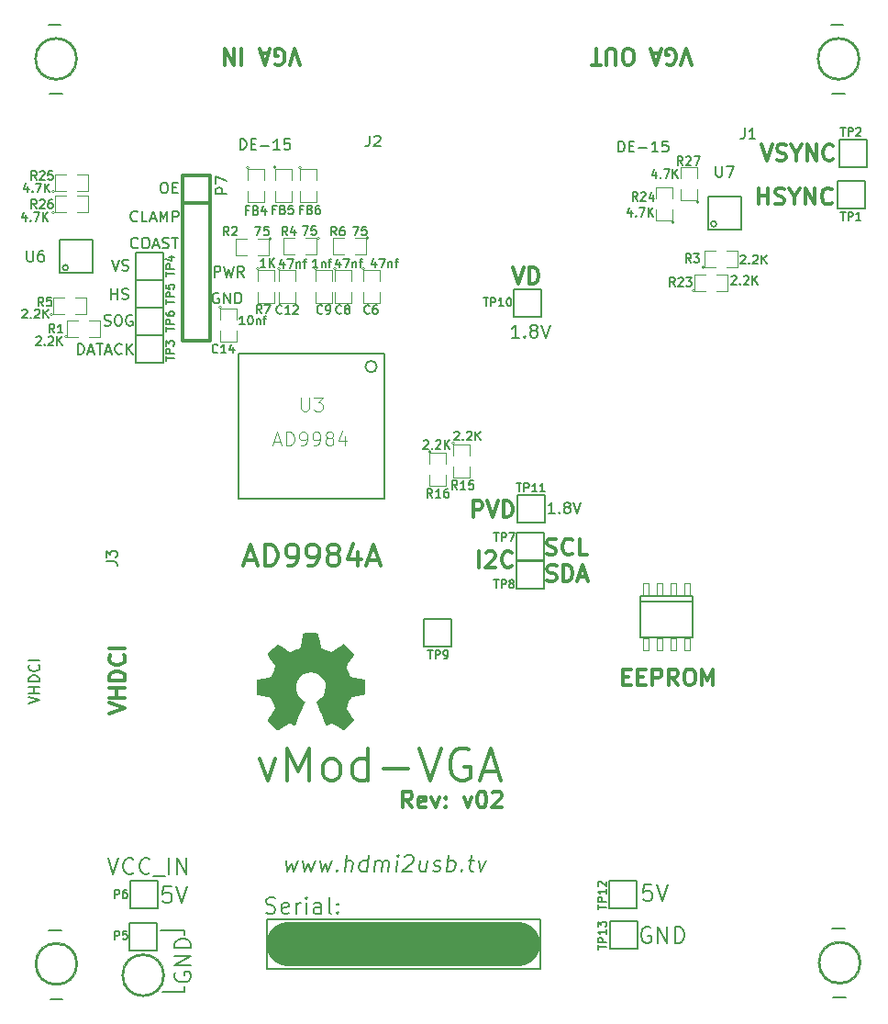
<source format=gto>
G04 (created by PCBNEW (2013-07-07 BZR 4022)-stable) date 25/07/2014 10:36:06 PM*
%MOIN*%
G04 Gerber Fmt 3.4, Leading zero omitted, Abs format*
%FSLAX34Y34*%
G01*
G70*
G90*
G04 APERTURE LIST*
%ADD10C,0.00590551*%
%ADD11C,0.00787402*%
%ADD12C,0.161417*%
%ADD13C,0.011811*%
%ADD14C,0.0039*%
%ADD15C,0.006*%
%ADD16C,0.012*%
%ADD17C,0.0026*%
%ADD18C,0.008*%
%ADD19C,0.0001*%
%ADD20C,0.0025*%
%ADD21C,0.005*%
%ADD22C,0.0043*%
%ADD23C,0.0035*%
G04 APERTURE END LIST*
G54D10*
G54D11*
X53779Y-40913D02*
X53779Y-40881D01*
G54D12*
X44629Y-40917D02*
X52980Y-40917D01*
G54D13*
X61813Y-11900D02*
X62010Y-12491D01*
X62207Y-11900D01*
X62376Y-12462D02*
X62460Y-12491D01*
X62601Y-12491D01*
X62657Y-12462D01*
X62685Y-12434D01*
X62713Y-12378D01*
X62713Y-12322D01*
X62685Y-12266D01*
X62657Y-12237D01*
X62601Y-12209D01*
X62488Y-12181D01*
X62432Y-12153D01*
X62404Y-12125D01*
X62376Y-12069D01*
X62376Y-12012D01*
X62404Y-11956D01*
X62432Y-11928D01*
X62488Y-11900D01*
X62629Y-11900D01*
X62713Y-11928D01*
X63079Y-12209D02*
X63079Y-12491D01*
X62882Y-11900D02*
X63079Y-12209D01*
X63276Y-11900D01*
X63473Y-12491D02*
X63473Y-11900D01*
X63810Y-12491D01*
X63810Y-11900D01*
X64429Y-12434D02*
X64401Y-12462D01*
X64316Y-12491D01*
X64260Y-12491D01*
X64176Y-12462D01*
X64119Y-12406D01*
X64091Y-12350D01*
X64063Y-12237D01*
X64063Y-12153D01*
X64091Y-12041D01*
X64119Y-11984D01*
X64176Y-11928D01*
X64260Y-11900D01*
X64316Y-11900D01*
X64401Y-11928D01*
X64429Y-11956D01*
X61731Y-14069D02*
X61731Y-13479D01*
X61731Y-13760D02*
X62069Y-13760D01*
X62069Y-14069D02*
X62069Y-13479D01*
X62322Y-14041D02*
X62406Y-14069D01*
X62547Y-14069D01*
X62603Y-14041D01*
X62631Y-14013D01*
X62659Y-13957D01*
X62659Y-13901D01*
X62631Y-13844D01*
X62603Y-13816D01*
X62547Y-13788D01*
X62434Y-13760D01*
X62378Y-13732D01*
X62350Y-13704D01*
X62322Y-13647D01*
X62322Y-13591D01*
X62350Y-13535D01*
X62378Y-13507D01*
X62434Y-13479D01*
X62575Y-13479D01*
X62659Y-13507D01*
X63025Y-13788D02*
X63025Y-14069D01*
X62828Y-13479D02*
X63025Y-13788D01*
X63222Y-13479D01*
X63419Y-14069D02*
X63419Y-13479D01*
X63756Y-14069D01*
X63756Y-13479D01*
X64375Y-14013D02*
X64347Y-14041D01*
X64262Y-14069D01*
X64206Y-14069D01*
X64122Y-14041D01*
X64065Y-13985D01*
X64037Y-13929D01*
X64009Y-13816D01*
X64009Y-13732D01*
X64037Y-13619D01*
X64065Y-13563D01*
X64122Y-13507D01*
X64206Y-13479D01*
X64262Y-13479D01*
X64347Y-13507D01*
X64375Y-13535D01*
G54D11*
X41943Y-16710D02*
X41943Y-16316D01*
X42093Y-16316D01*
X42131Y-16335D01*
X42149Y-16354D01*
X42168Y-16391D01*
X42168Y-16448D01*
X42149Y-16485D01*
X42131Y-16504D01*
X42093Y-16523D01*
X41943Y-16523D01*
X42299Y-16316D02*
X42393Y-16710D01*
X42468Y-16429D01*
X42543Y-16710D01*
X42637Y-16316D01*
X43012Y-16710D02*
X42880Y-16523D01*
X42787Y-16710D02*
X42787Y-16316D01*
X42937Y-16316D01*
X42974Y-16335D01*
X42993Y-16354D01*
X43012Y-16391D01*
X43012Y-16448D01*
X42993Y-16485D01*
X42974Y-16504D01*
X42937Y-16523D01*
X42787Y-16523D01*
X39161Y-15633D02*
X39142Y-15652D01*
X39086Y-15671D01*
X39048Y-15671D01*
X38992Y-15652D01*
X38955Y-15614D01*
X38936Y-15577D01*
X38917Y-15502D01*
X38917Y-15446D01*
X38936Y-15371D01*
X38955Y-15333D01*
X38992Y-15296D01*
X39048Y-15277D01*
X39086Y-15277D01*
X39142Y-15296D01*
X39161Y-15314D01*
X39405Y-15277D02*
X39480Y-15277D01*
X39517Y-15296D01*
X39555Y-15333D01*
X39573Y-15408D01*
X39573Y-15539D01*
X39555Y-15614D01*
X39517Y-15652D01*
X39480Y-15671D01*
X39405Y-15671D01*
X39367Y-15652D01*
X39330Y-15614D01*
X39311Y-15539D01*
X39311Y-15408D01*
X39330Y-15333D01*
X39367Y-15296D01*
X39405Y-15277D01*
X39723Y-15558D02*
X39911Y-15558D01*
X39686Y-15671D02*
X39817Y-15277D01*
X39948Y-15671D01*
X40061Y-15652D02*
X40117Y-15671D01*
X40211Y-15671D01*
X40248Y-15652D01*
X40267Y-15633D01*
X40286Y-15596D01*
X40286Y-15558D01*
X40267Y-15521D01*
X40248Y-15502D01*
X40211Y-15483D01*
X40136Y-15464D01*
X40098Y-15446D01*
X40080Y-15427D01*
X40061Y-15389D01*
X40061Y-15352D01*
X40080Y-15314D01*
X40098Y-15296D01*
X40136Y-15277D01*
X40230Y-15277D01*
X40286Y-15296D01*
X40398Y-15277D02*
X40623Y-15277D01*
X40511Y-15671D02*
X40511Y-15277D01*
X42101Y-17296D02*
X42064Y-17277D01*
X42007Y-17277D01*
X41951Y-17296D01*
X41914Y-17333D01*
X41895Y-17371D01*
X41876Y-17446D01*
X41876Y-17502D01*
X41895Y-17577D01*
X41914Y-17614D01*
X41951Y-17652D01*
X42007Y-17671D01*
X42045Y-17671D01*
X42101Y-17652D01*
X42120Y-17633D01*
X42120Y-17502D01*
X42045Y-17502D01*
X42289Y-17671D02*
X42289Y-17277D01*
X42514Y-17671D01*
X42514Y-17277D01*
X42701Y-17671D02*
X42701Y-17277D01*
X42795Y-17277D01*
X42851Y-17296D01*
X42889Y-17333D01*
X42907Y-17371D01*
X42926Y-17446D01*
X42926Y-17502D01*
X42907Y-17577D01*
X42889Y-17614D01*
X42851Y-17652D01*
X42795Y-17671D01*
X42701Y-17671D01*
X39147Y-14665D02*
X39128Y-14683D01*
X39072Y-14702D01*
X39035Y-14702D01*
X38978Y-14683D01*
X38941Y-14646D01*
X38922Y-14608D01*
X38903Y-14533D01*
X38903Y-14477D01*
X38922Y-14402D01*
X38941Y-14365D01*
X38978Y-14327D01*
X39035Y-14308D01*
X39072Y-14308D01*
X39128Y-14327D01*
X39147Y-14346D01*
X39503Y-14702D02*
X39316Y-14702D01*
X39316Y-14308D01*
X39616Y-14590D02*
X39803Y-14590D01*
X39578Y-14702D02*
X39709Y-14308D01*
X39841Y-14702D01*
X39972Y-14702D02*
X39972Y-14308D01*
X40103Y-14590D01*
X40234Y-14308D01*
X40234Y-14702D01*
X40422Y-14702D02*
X40422Y-14308D01*
X40572Y-14308D01*
X40609Y-14327D01*
X40628Y-14346D01*
X40647Y-14383D01*
X40647Y-14440D01*
X40628Y-14477D01*
X40609Y-14496D01*
X40572Y-14515D01*
X40422Y-14515D01*
X40083Y-13277D02*
X40158Y-13277D01*
X40196Y-13296D01*
X40233Y-13333D01*
X40252Y-13408D01*
X40252Y-13539D01*
X40233Y-13614D01*
X40196Y-13652D01*
X40158Y-13671D01*
X40083Y-13671D01*
X40046Y-13652D01*
X40008Y-13614D01*
X39989Y-13539D01*
X39989Y-13408D01*
X40008Y-13333D01*
X40046Y-13296D01*
X40083Y-13277D01*
X40421Y-13464D02*
X40552Y-13464D01*
X40608Y-13671D02*
X40421Y-13671D01*
X40421Y-13277D01*
X40608Y-13277D01*
X36984Y-19521D02*
X36984Y-19127D01*
X37077Y-19127D01*
X37134Y-19146D01*
X37171Y-19184D01*
X37190Y-19221D01*
X37209Y-19296D01*
X37209Y-19352D01*
X37190Y-19427D01*
X37171Y-19465D01*
X37134Y-19502D01*
X37077Y-19521D01*
X36984Y-19521D01*
X37359Y-19409D02*
X37546Y-19409D01*
X37321Y-19521D02*
X37452Y-19127D01*
X37584Y-19521D01*
X37659Y-19127D02*
X37884Y-19127D01*
X37771Y-19521D02*
X37771Y-19127D01*
X37996Y-19409D02*
X38184Y-19409D01*
X37959Y-19521D02*
X38090Y-19127D01*
X38221Y-19521D01*
X38577Y-19484D02*
X38559Y-19502D01*
X38502Y-19521D01*
X38465Y-19521D01*
X38409Y-19502D01*
X38371Y-19465D01*
X38352Y-19427D01*
X38334Y-19352D01*
X38334Y-19296D01*
X38352Y-19221D01*
X38371Y-19184D01*
X38409Y-19146D01*
X38465Y-19127D01*
X38502Y-19127D01*
X38559Y-19146D01*
X38577Y-19165D01*
X38746Y-19521D02*
X38746Y-19127D01*
X38971Y-19521D02*
X38802Y-19296D01*
X38971Y-19127D02*
X38746Y-19352D01*
X37945Y-18459D02*
X38001Y-18478D01*
X38095Y-18478D01*
X38132Y-18459D01*
X38151Y-18440D01*
X38170Y-18403D01*
X38170Y-18365D01*
X38151Y-18328D01*
X38132Y-18309D01*
X38095Y-18290D01*
X38020Y-18272D01*
X37982Y-18253D01*
X37963Y-18234D01*
X37945Y-18197D01*
X37945Y-18159D01*
X37963Y-18122D01*
X37982Y-18103D01*
X38020Y-18084D01*
X38113Y-18084D01*
X38170Y-18103D01*
X38413Y-18084D02*
X38488Y-18084D01*
X38526Y-18103D01*
X38563Y-18140D01*
X38582Y-18215D01*
X38582Y-18347D01*
X38563Y-18422D01*
X38526Y-18459D01*
X38488Y-18478D01*
X38413Y-18478D01*
X38376Y-18459D01*
X38338Y-18422D01*
X38320Y-18347D01*
X38320Y-18215D01*
X38338Y-18140D01*
X38376Y-18103D01*
X38413Y-18084D01*
X38957Y-18103D02*
X38919Y-18084D01*
X38863Y-18084D01*
X38807Y-18103D01*
X38769Y-18140D01*
X38751Y-18178D01*
X38732Y-18253D01*
X38732Y-18309D01*
X38751Y-18384D01*
X38769Y-18422D01*
X38807Y-18459D01*
X38863Y-18478D01*
X38901Y-18478D01*
X38957Y-18459D01*
X38976Y-18440D01*
X38976Y-18309D01*
X38901Y-18309D01*
X38188Y-17513D02*
X38188Y-17119D01*
X38188Y-17307D02*
X38413Y-17307D01*
X38413Y-17513D02*
X38413Y-17119D01*
X38581Y-17494D02*
X38638Y-17513D01*
X38731Y-17513D01*
X38769Y-17494D01*
X38788Y-17476D01*
X38806Y-17438D01*
X38806Y-17401D01*
X38788Y-17363D01*
X38769Y-17344D01*
X38731Y-17326D01*
X38656Y-17307D01*
X38619Y-17288D01*
X38600Y-17269D01*
X38581Y-17232D01*
X38581Y-17194D01*
X38600Y-17157D01*
X38619Y-17138D01*
X38656Y-17119D01*
X38750Y-17119D01*
X38806Y-17138D01*
X38216Y-16084D02*
X38347Y-16478D01*
X38479Y-16084D01*
X38591Y-16459D02*
X38647Y-16478D01*
X38741Y-16478D01*
X38779Y-16459D01*
X38797Y-16440D01*
X38816Y-16403D01*
X38816Y-16365D01*
X38797Y-16328D01*
X38779Y-16309D01*
X38741Y-16290D01*
X38666Y-16272D01*
X38629Y-16253D01*
X38610Y-16234D01*
X38591Y-16197D01*
X38591Y-16159D01*
X38610Y-16122D01*
X38629Y-16103D01*
X38666Y-16084D01*
X38760Y-16084D01*
X38816Y-16103D01*
X57832Y-38762D02*
X57551Y-38762D01*
X57523Y-39043D01*
X57551Y-39015D01*
X57607Y-38987D01*
X57748Y-38987D01*
X57804Y-39015D01*
X57832Y-39043D01*
X57860Y-39100D01*
X57860Y-39240D01*
X57832Y-39296D01*
X57804Y-39325D01*
X57748Y-39353D01*
X57607Y-39353D01*
X57551Y-39325D01*
X57523Y-39296D01*
X58029Y-38762D02*
X58226Y-39353D01*
X58422Y-38762D01*
X57782Y-40318D02*
X57726Y-40290D01*
X57641Y-40290D01*
X57557Y-40318D01*
X57501Y-40374D01*
X57473Y-40430D01*
X57444Y-40543D01*
X57444Y-40627D01*
X57473Y-40740D01*
X57501Y-40796D01*
X57557Y-40852D01*
X57641Y-40880D01*
X57697Y-40880D01*
X57782Y-40852D01*
X57810Y-40824D01*
X57810Y-40627D01*
X57697Y-40627D01*
X58063Y-40880D02*
X58063Y-40290D01*
X58401Y-40880D01*
X58401Y-40290D01*
X58682Y-40880D02*
X58682Y-40290D01*
X58822Y-40290D01*
X58907Y-40318D01*
X58963Y-40374D01*
X58991Y-40430D01*
X59019Y-40543D01*
X59019Y-40627D01*
X58991Y-40740D01*
X58963Y-40796D01*
X58907Y-40852D01*
X58822Y-40880D01*
X58682Y-40880D01*
X40371Y-38829D02*
X40090Y-38829D01*
X40062Y-39110D01*
X40090Y-39082D01*
X40146Y-39054D01*
X40287Y-39054D01*
X40343Y-39082D01*
X40371Y-39110D01*
X40399Y-39167D01*
X40399Y-39307D01*
X40371Y-39363D01*
X40343Y-39392D01*
X40287Y-39420D01*
X40146Y-39420D01*
X40090Y-39392D01*
X40062Y-39363D01*
X40568Y-38829D02*
X40765Y-39420D01*
X40962Y-38829D01*
X38073Y-37798D02*
X38269Y-38388D01*
X38466Y-37798D01*
X39001Y-38332D02*
X38973Y-38360D01*
X38888Y-38388D01*
X38832Y-38388D01*
X38748Y-38360D01*
X38691Y-38304D01*
X38663Y-38248D01*
X38635Y-38135D01*
X38635Y-38051D01*
X38663Y-37938D01*
X38691Y-37882D01*
X38748Y-37826D01*
X38832Y-37798D01*
X38888Y-37798D01*
X38973Y-37826D01*
X39001Y-37854D01*
X39591Y-38332D02*
X39563Y-38360D01*
X39479Y-38388D01*
X39422Y-38388D01*
X39338Y-38360D01*
X39282Y-38304D01*
X39254Y-38248D01*
X39226Y-38135D01*
X39226Y-38051D01*
X39254Y-37938D01*
X39282Y-37882D01*
X39338Y-37826D01*
X39422Y-37798D01*
X39479Y-37798D01*
X39563Y-37826D01*
X39591Y-37854D01*
X39704Y-38444D02*
X40154Y-38444D01*
X40294Y-38388D02*
X40294Y-37798D01*
X40575Y-38388D02*
X40575Y-37798D01*
X40913Y-38388D01*
X40913Y-37798D01*
X40854Y-42440D02*
X40850Y-42440D01*
X40854Y-42641D02*
X40854Y-42440D01*
X40039Y-42641D02*
X40854Y-42641D01*
X40838Y-40437D02*
X40838Y-40590D01*
X39996Y-40437D02*
X40838Y-40437D01*
X40530Y-41965D02*
X40502Y-42021D01*
X40502Y-42106D01*
X40530Y-42190D01*
X40587Y-42246D01*
X40643Y-42275D01*
X40755Y-42303D01*
X40840Y-42303D01*
X40952Y-42275D01*
X41008Y-42246D01*
X41065Y-42190D01*
X41093Y-42106D01*
X41093Y-42050D01*
X41065Y-41965D01*
X41037Y-41937D01*
X40840Y-41937D01*
X40840Y-42050D01*
X41093Y-41684D02*
X40502Y-41684D01*
X41093Y-41347D01*
X40502Y-41347D01*
X41093Y-41065D02*
X40502Y-41065D01*
X40502Y-40925D01*
X40530Y-40840D01*
X40587Y-40784D01*
X40643Y-40756D01*
X40755Y-40728D01*
X40840Y-40728D01*
X40952Y-40756D01*
X41008Y-40784D01*
X41065Y-40840D01*
X41093Y-40925D01*
X41093Y-41065D01*
X53012Y-18911D02*
X52742Y-18911D01*
X52877Y-18911D02*
X52877Y-18439D01*
X52832Y-18506D01*
X52787Y-18551D01*
X52742Y-18574D01*
X53214Y-18866D02*
X53237Y-18889D01*
X53214Y-18911D01*
X53192Y-18889D01*
X53214Y-18866D01*
X53214Y-18911D01*
X53507Y-18641D02*
X53462Y-18619D01*
X53439Y-18596D01*
X53417Y-18551D01*
X53417Y-18529D01*
X53439Y-18484D01*
X53462Y-18461D01*
X53507Y-18439D01*
X53597Y-18439D01*
X53642Y-18461D01*
X53664Y-18484D01*
X53687Y-18529D01*
X53687Y-18551D01*
X53664Y-18596D01*
X53642Y-18619D01*
X53597Y-18641D01*
X53507Y-18641D01*
X53462Y-18664D01*
X53439Y-18686D01*
X53417Y-18731D01*
X53417Y-18821D01*
X53439Y-18866D01*
X53462Y-18889D01*
X53507Y-18911D01*
X53597Y-18911D01*
X53642Y-18889D01*
X53664Y-18866D01*
X53687Y-18821D01*
X53687Y-18731D01*
X53664Y-18686D01*
X53642Y-18664D01*
X53597Y-18641D01*
X53822Y-18439D02*
X53979Y-18911D01*
X54137Y-18439D01*
G54D13*
X52803Y-16357D02*
X53000Y-16947D01*
X53196Y-16357D01*
X53393Y-16947D02*
X53393Y-16357D01*
X53534Y-16357D01*
X53618Y-16385D01*
X53674Y-16441D01*
X53703Y-16497D01*
X53731Y-16610D01*
X53731Y-16694D01*
X53703Y-16807D01*
X53674Y-16863D01*
X53618Y-16919D01*
X53534Y-16947D01*
X53393Y-16947D01*
G54D11*
X54308Y-25285D02*
X54083Y-25285D01*
X54195Y-25285D02*
X54195Y-24891D01*
X54158Y-24947D01*
X54120Y-24985D01*
X54083Y-25004D01*
X54476Y-25247D02*
X54495Y-25266D01*
X54476Y-25285D01*
X54458Y-25266D01*
X54476Y-25247D01*
X54476Y-25285D01*
X54720Y-25060D02*
X54683Y-25041D01*
X54664Y-25022D01*
X54645Y-24985D01*
X54645Y-24966D01*
X54664Y-24929D01*
X54683Y-24910D01*
X54720Y-24891D01*
X54795Y-24891D01*
X54833Y-24910D01*
X54851Y-24929D01*
X54870Y-24966D01*
X54870Y-24985D01*
X54851Y-25022D01*
X54833Y-25041D01*
X54795Y-25060D01*
X54720Y-25060D01*
X54683Y-25079D01*
X54664Y-25097D01*
X54645Y-25135D01*
X54645Y-25210D01*
X54664Y-25247D01*
X54683Y-25266D01*
X54720Y-25285D01*
X54795Y-25285D01*
X54833Y-25266D01*
X54851Y-25247D01*
X54870Y-25210D01*
X54870Y-25135D01*
X54851Y-25097D01*
X54833Y-25079D01*
X54795Y-25060D01*
X54983Y-24891D02*
X55114Y-25285D01*
X55245Y-24891D01*
G54D13*
X51348Y-25428D02*
X51348Y-24837D01*
X51573Y-24837D01*
X51629Y-24865D01*
X51657Y-24893D01*
X51685Y-24949D01*
X51685Y-25034D01*
X51657Y-25090D01*
X51629Y-25118D01*
X51573Y-25146D01*
X51348Y-25146D01*
X51854Y-24837D02*
X52051Y-25428D01*
X52248Y-24837D01*
X52444Y-25428D02*
X52444Y-24837D01*
X52585Y-24837D01*
X52669Y-24865D01*
X52726Y-24921D01*
X52754Y-24978D01*
X52782Y-25090D01*
X52782Y-25174D01*
X52754Y-25287D01*
X52726Y-25343D01*
X52669Y-25399D01*
X52585Y-25428D01*
X52444Y-25428D01*
X54034Y-27722D02*
X54119Y-27750D01*
X54259Y-27750D01*
X54316Y-27722D01*
X54344Y-27694D01*
X54372Y-27638D01*
X54372Y-27582D01*
X54344Y-27525D01*
X54316Y-27497D01*
X54259Y-27469D01*
X54147Y-27441D01*
X54091Y-27413D01*
X54062Y-27385D01*
X54034Y-27329D01*
X54034Y-27272D01*
X54062Y-27216D01*
X54091Y-27188D01*
X54147Y-27160D01*
X54287Y-27160D01*
X54372Y-27188D01*
X54625Y-27750D02*
X54625Y-27160D01*
X54766Y-27160D01*
X54850Y-27188D01*
X54906Y-27244D01*
X54934Y-27300D01*
X54962Y-27413D01*
X54962Y-27497D01*
X54934Y-27610D01*
X54906Y-27666D01*
X54850Y-27722D01*
X54766Y-27750D01*
X54625Y-27750D01*
X55187Y-27582D02*
X55469Y-27582D01*
X55131Y-27750D02*
X55328Y-27160D01*
X55525Y-27750D01*
X54025Y-26769D02*
X54109Y-26798D01*
X54250Y-26798D01*
X54306Y-26769D01*
X54334Y-26741D01*
X54362Y-26685D01*
X54362Y-26629D01*
X54334Y-26573D01*
X54306Y-26544D01*
X54250Y-26516D01*
X54137Y-26488D01*
X54081Y-26460D01*
X54053Y-26432D01*
X54025Y-26376D01*
X54025Y-26320D01*
X54053Y-26263D01*
X54081Y-26235D01*
X54137Y-26207D01*
X54278Y-26207D01*
X54362Y-26235D01*
X54953Y-26741D02*
X54925Y-26769D01*
X54840Y-26798D01*
X54784Y-26798D01*
X54700Y-26769D01*
X54643Y-26713D01*
X54615Y-26657D01*
X54587Y-26544D01*
X54587Y-26460D01*
X54615Y-26348D01*
X54643Y-26291D01*
X54700Y-26235D01*
X54784Y-26207D01*
X54840Y-26207D01*
X54925Y-26235D01*
X54953Y-26263D01*
X55487Y-26798D02*
X55206Y-26798D01*
X55206Y-26207D01*
X51565Y-27254D02*
X51565Y-26664D01*
X51818Y-26720D02*
X51846Y-26692D01*
X51902Y-26664D01*
X52043Y-26664D01*
X52099Y-26692D01*
X52127Y-26720D01*
X52155Y-26776D01*
X52155Y-26832D01*
X52127Y-26917D01*
X51790Y-27254D01*
X52155Y-27254D01*
X52746Y-27198D02*
X52718Y-27226D01*
X52633Y-27254D01*
X52577Y-27254D01*
X52493Y-27226D01*
X52437Y-27170D01*
X52408Y-27114D01*
X52380Y-27001D01*
X52380Y-26917D01*
X52408Y-26804D01*
X52437Y-26748D01*
X52493Y-26692D01*
X52577Y-26664D01*
X52633Y-26664D01*
X52718Y-26692D01*
X52746Y-26720D01*
X56794Y-31221D02*
X56991Y-31221D01*
X57075Y-31530D02*
X56794Y-31530D01*
X56794Y-30939D01*
X57075Y-30939D01*
X57328Y-31221D02*
X57525Y-31221D01*
X57609Y-31530D02*
X57328Y-31530D01*
X57328Y-30939D01*
X57609Y-30939D01*
X57862Y-31530D02*
X57862Y-30939D01*
X58087Y-30939D01*
X58143Y-30967D01*
X58172Y-30996D01*
X58200Y-31052D01*
X58200Y-31136D01*
X58172Y-31192D01*
X58143Y-31221D01*
X58087Y-31249D01*
X57862Y-31249D01*
X58790Y-31530D02*
X58593Y-31249D01*
X58453Y-31530D02*
X58453Y-30939D01*
X58678Y-30939D01*
X58734Y-30967D01*
X58762Y-30996D01*
X58790Y-31052D01*
X58790Y-31136D01*
X58762Y-31192D01*
X58734Y-31221D01*
X58678Y-31249D01*
X58453Y-31249D01*
X59156Y-30939D02*
X59268Y-30939D01*
X59325Y-30967D01*
X59381Y-31024D01*
X59409Y-31136D01*
X59409Y-31333D01*
X59381Y-31446D01*
X59325Y-31502D01*
X59268Y-31530D01*
X59156Y-31530D01*
X59100Y-31502D01*
X59043Y-31446D01*
X59015Y-31333D01*
X59015Y-31136D01*
X59043Y-31024D01*
X59100Y-30967D01*
X59156Y-30939D01*
X59662Y-31530D02*
X59662Y-30939D01*
X59859Y-31361D01*
X60056Y-30939D01*
X60056Y-31530D01*
X38113Y-32564D02*
X38703Y-32367D01*
X38113Y-32170D01*
X38703Y-31973D02*
X38113Y-31973D01*
X38394Y-31973D02*
X38394Y-31636D01*
X38703Y-31636D02*
X38113Y-31636D01*
X38703Y-31354D02*
X38113Y-31354D01*
X38113Y-31214D01*
X38141Y-31129D01*
X38197Y-31073D01*
X38253Y-31045D01*
X38366Y-31017D01*
X38450Y-31017D01*
X38562Y-31045D01*
X38619Y-31073D01*
X38675Y-31129D01*
X38703Y-31214D01*
X38703Y-31354D01*
X38647Y-30426D02*
X38675Y-30455D01*
X38703Y-30539D01*
X38703Y-30595D01*
X38675Y-30679D01*
X38619Y-30736D01*
X38562Y-30764D01*
X38450Y-30792D01*
X38366Y-30792D01*
X38253Y-30764D01*
X38197Y-30736D01*
X38141Y-30679D01*
X38113Y-30595D01*
X38113Y-30539D01*
X38141Y-30455D01*
X38169Y-30426D01*
X38703Y-30173D02*
X38113Y-30173D01*
G54D11*
X44539Y-37888D02*
X44602Y-38282D01*
X44749Y-38001D01*
X44827Y-38282D01*
X44988Y-37888D01*
X45157Y-37888D02*
X45220Y-38282D01*
X45368Y-38001D01*
X45445Y-38282D01*
X45607Y-37888D01*
X45776Y-37888D02*
X45839Y-38282D01*
X45987Y-38001D01*
X46064Y-38282D01*
X46226Y-37888D01*
X46409Y-38226D02*
X46433Y-38254D01*
X46402Y-38282D01*
X46377Y-38254D01*
X46409Y-38226D01*
X46402Y-38282D01*
X46683Y-38282D02*
X46757Y-37691D01*
X46936Y-38282D02*
X46975Y-37973D01*
X46953Y-37916D01*
X46901Y-37888D01*
X46816Y-37888D01*
X46757Y-37916D01*
X46725Y-37944D01*
X47470Y-38282D02*
X47544Y-37691D01*
X47474Y-38254D02*
X47414Y-38282D01*
X47301Y-38282D01*
X47249Y-38254D01*
X47224Y-38226D01*
X47203Y-38169D01*
X47224Y-38001D01*
X47259Y-37944D01*
X47291Y-37916D01*
X47351Y-37888D01*
X47463Y-37888D01*
X47516Y-37916D01*
X47751Y-38282D02*
X47801Y-37888D01*
X47794Y-37944D02*
X47825Y-37916D01*
X47885Y-37888D01*
X47969Y-37888D01*
X48022Y-37916D01*
X48043Y-37973D01*
X48004Y-38282D01*
X48043Y-37973D02*
X48078Y-37916D01*
X48138Y-37888D01*
X48222Y-37888D01*
X48275Y-37916D01*
X48296Y-37973D01*
X48258Y-38282D01*
X48539Y-38282D02*
X48588Y-37888D01*
X48613Y-37691D02*
X48581Y-37719D01*
X48606Y-37748D01*
X48637Y-37719D01*
X48613Y-37691D01*
X48606Y-37748D01*
X48859Y-37748D02*
X48890Y-37719D01*
X48950Y-37691D01*
X49091Y-37691D01*
X49143Y-37719D01*
X49168Y-37748D01*
X49189Y-37804D01*
X49182Y-37860D01*
X49143Y-37944D01*
X48764Y-38282D01*
X49129Y-38282D01*
X49685Y-37888D02*
X49636Y-38282D01*
X49432Y-37888D02*
X49393Y-38197D01*
X49414Y-38254D01*
X49467Y-38282D01*
X49551Y-38282D01*
X49611Y-38254D01*
X49643Y-38226D01*
X49892Y-38254D02*
X49945Y-38282D01*
X50057Y-38282D01*
X50117Y-38254D01*
X50152Y-38197D01*
X50156Y-38169D01*
X50135Y-38113D01*
X50082Y-38085D01*
X49998Y-38085D01*
X49945Y-38057D01*
X49924Y-38001D01*
X49927Y-37973D01*
X49962Y-37916D01*
X50022Y-37888D01*
X50107Y-37888D01*
X50159Y-37916D01*
X50395Y-38282D02*
X50469Y-37691D01*
X50441Y-37916D02*
X50500Y-37888D01*
X50613Y-37888D01*
X50665Y-37916D01*
X50690Y-37944D01*
X50711Y-38001D01*
X50690Y-38169D01*
X50655Y-38226D01*
X50623Y-38254D01*
X50564Y-38282D01*
X50451Y-38282D01*
X50398Y-38254D01*
X50936Y-38226D02*
X50961Y-38254D01*
X50929Y-38282D01*
X50905Y-38254D01*
X50936Y-38226D01*
X50929Y-38282D01*
X51175Y-37888D02*
X51400Y-37888D01*
X51284Y-37691D02*
X51221Y-38197D01*
X51242Y-38254D01*
X51295Y-38282D01*
X51351Y-38282D01*
X51541Y-37888D02*
X51632Y-38282D01*
X51822Y-37888D01*
G54D13*
X49130Y-35967D02*
X48933Y-35686D01*
X48793Y-35967D02*
X48793Y-35376D01*
X49017Y-35376D01*
X49074Y-35404D01*
X49102Y-35433D01*
X49130Y-35489D01*
X49130Y-35573D01*
X49102Y-35629D01*
X49074Y-35658D01*
X49017Y-35686D01*
X48793Y-35686D01*
X49608Y-35939D02*
X49552Y-35967D01*
X49439Y-35967D01*
X49383Y-35939D01*
X49355Y-35883D01*
X49355Y-35658D01*
X49383Y-35601D01*
X49439Y-35573D01*
X49552Y-35573D01*
X49608Y-35601D01*
X49636Y-35658D01*
X49636Y-35714D01*
X49355Y-35770D01*
X49833Y-35573D02*
X49974Y-35967D01*
X50114Y-35573D01*
X50339Y-35911D02*
X50367Y-35939D01*
X50339Y-35967D01*
X50311Y-35939D01*
X50339Y-35911D01*
X50339Y-35967D01*
X50339Y-35601D02*
X50367Y-35629D01*
X50339Y-35658D01*
X50311Y-35629D01*
X50339Y-35601D01*
X50339Y-35658D01*
X51014Y-35573D02*
X51155Y-35967D01*
X51295Y-35573D01*
X51633Y-35376D02*
X51689Y-35376D01*
X51745Y-35404D01*
X51773Y-35433D01*
X51802Y-35489D01*
X51830Y-35601D01*
X51830Y-35742D01*
X51802Y-35854D01*
X51773Y-35911D01*
X51745Y-35939D01*
X51689Y-35967D01*
X51633Y-35967D01*
X51577Y-35939D01*
X51548Y-35911D01*
X51520Y-35854D01*
X51492Y-35742D01*
X51492Y-35601D01*
X51520Y-35489D01*
X51548Y-35433D01*
X51577Y-35404D01*
X51633Y-35376D01*
X52055Y-35433D02*
X52083Y-35404D01*
X52139Y-35376D01*
X52280Y-35376D01*
X52336Y-35404D01*
X52364Y-35433D01*
X52392Y-35489D01*
X52392Y-35545D01*
X52364Y-35629D01*
X52026Y-35967D01*
X52392Y-35967D01*
G54D11*
X53783Y-40023D02*
X53763Y-40023D01*
X53783Y-41822D02*
X53783Y-40023D01*
X43850Y-41822D02*
X43850Y-40023D01*
G54D13*
X43077Y-26975D02*
X43452Y-26975D01*
X43002Y-27200D02*
X43265Y-26413D01*
X43527Y-27200D01*
X43790Y-27200D02*
X43790Y-26413D01*
X43977Y-26413D01*
X44089Y-26450D01*
X44164Y-26525D01*
X44202Y-26600D01*
X44239Y-26750D01*
X44239Y-26863D01*
X44202Y-27013D01*
X44164Y-27088D01*
X44089Y-27163D01*
X43977Y-27200D01*
X43790Y-27200D01*
X44614Y-27200D02*
X44764Y-27200D01*
X44839Y-27163D01*
X44877Y-27125D01*
X44952Y-27013D01*
X44989Y-26863D01*
X44989Y-26563D01*
X44952Y-26488D01*
X44914Y-26450D01*
X44839Y-26413D01*
X44689Y-26413D01*
X44614Y-26450D01*
X44577Y-26488D01*
X44539Y-26563D01*
X44539Y-26750D01*
X44577Y-26825D01*
X44614Y-26863D01*
X44689Y-26900D01*
X44839Y-26900D01*
X44914Y-26863D01*
X44952Y-26825D01*
X44989Y-26750D01*
X45364Y-27200D02*
X45514Y-27200D01*
X45589Y-27163D01*
X45627Y-27125D01*
X45702Y-27013D01*
X45739Y-26863D01*
X45739Y-26563D01*
X45702Y-26488D01*
X45664Y-26450D01*
X45589Y-26413D01*
X45439Y-26413D01*
X45364Y-26450D01*
X45327Y-26488D01*
X45289Y-26563D01*
X45289Y-26750D01*
X45327Y-26825D01*
X45364Y-26863D01*
X45439Y-26900D01*
X45589Y-26900D01*
X45664Y-26863D01*
X45702Y-26825D01*
X45739Y-26750D01*
X46189Y-26750D02*
X46114Y-26713D01*
X46077Y-26675D01*
X46039Y-26600D01*
X46039Y-26563D01*
X46077Y-26488D01*
X46114Y-26450D01*
X46189Y-26413D01*
X46339Y-26413D01*
X46414Y-26450D01*
X46452Y-26488D01*
X46489Y-26563D01*
X46489Y-26600D01*
X46452Y-26675D01*
X46414Y-26713D01*
X46339Y-26750D01*
X46189Y-26750D01*
X46114Y-26788D01*
X46077Y-26825D01*
X46039Y-26900D01*
X46039Y-27050D01*
X46077Y-27125D01*
X46114Y-27163D01*
X46189Y-27200D01*
X46339Y-27200D01*
X46414Y-27163D01*
X46452Y-27125D01*
X46489Y-27050D01*
X46489Y-26900D01*
X46452Y-26825D01*
X46414Y-26788D01*
X46339Y-26750D01*
X47164Y-26675D02*
X47164Y-27200D01*
X46977Y-26375D02*
X46789Y-26938D01*
X47277Y-26938D01*
X47539Y-26975D02*
X47914Y-26975D01*
X47464Y-27200D02*
X47727Y-26413D01*
X47989Y-27200D01*
G54D11*
X43826Y-39781D02*
X43910Y-39809D01*
X44051Y-39809D01*
X44107Y-39781D01*
X44135Y-39753D01*
X44163Y-39697D01*
X44163Y-39641D01*
X44135Y-39584D01*
X44107Y-39556D01*
X44051Y-39528D01*
X43938Y-39500D01*
X43882Y-39472D01*
X43854Y-39444D01*
X43826Y-39388D01*
X43826Y-39331D01*
X43854Y-39275D01*
X43882Y-39247D01*
X43938Y-39219D01*
X44079Y-39219D01*
X44163Y-39247D01*
X44641Y-39781D02*
X44585Y-39809D01*
X44473Y-39809D01*
X44416Y-39781D01*
X44388Y-39725D01*
X44388Y-39500D01*
X44416Y-39444D01*
X44473Y-39416D01*
X44585Y-39416D01*
X44641Y-39444D01*
X44669Y-39500D01*
X44669Y-39556D01*
X44388Y-39613D01*
X44922Y-39809D02*
X44922Y-39416D01*
X44922Y-39528D02*
X44951Y-39472D01*
X44979Y-39444D01*
X45035Y-39416D01*
X45091Y-39416D01*
X45288Y-39809D02*
X45288Y-39416D01*
X45288Y-39219D02*
X45260Y-39247D01*
X45288Y-39275D01*
X45316Y-39247D01*
X45288Y-39219D01*
X45288Y-39275D01*
X45822Y-39809D02*
X45822Y-39500D01*
X45794Y-39444D01*
X45738Y-39416D01*
X45625Y-39416D01*
X45569Y-39444D01*
X45822Y-39781D02*
X45766Y-39809D01*
X45625Y-39809D01*
X45569Y-39781D01*
X45541Y-39725D01*
X45541Y-39669D01*
X45569Y-39613D01*
X45625Y-39584D01*
X45766Y-39584D01*
X45822Y-39556D01*
X46188Y-39809D02*
X46132Y-39781D01*
X46104Y-39725D01*
X46104Y-39219D01*
X46413Y-39753D02*
X46441Y-39781D01*
X46413Y-39809D01*
X46385Y-39781D01*
X46413Y-39753D01*
X46413Y-39809D01*
X46413Y-39444D02*
X46441Y-39472D01*
X46413Y-39500D01*
X46385Y-39472D01*
X46413Y-39444D01*
X46413Y-39500D01*
X53771Y-40023D02*
X43850Y-40023D01*
X43854Y-41822D02*
X53775Y-41822D01*
G54D13*
X59282Y-9008D02*
X59085Y-8418D01*
X58888Y-9008D01*
X58382Y-8980D02*
X58438Y-9008D01*
X58523Y-9008D01*
X58607Y-8980D01*
X58663Y-8924D01*
X58691Y-8868D01*
X58719Y-8755D01*
X58719Y-8671D01*
X58691Y-8559D01*
X58663Y-8502D01*
X58607Y-8446D01*
X58523Y-8418D01*
X58466Y-8418D01*
X58382Y-8446D01*
X58354Y-8474D01*
X58354Y-8671D01*
X58466Y-8671D01*
X58129Y-8587D02*
X57848Y-8587D01*
X58185Y-8418D02*
X57988Y-9008D01*
X57791Y-8418D01*
X57032Y-9008D02*
X56920Y-9008D01*
X56863Y-8980D01*
X56807Y-8924D01*
X56779Y-8812D01*
X56779Y-8615D01*
X56807Y-8502D01*
X56863Y-8446D01*
X56920Y-8418D01*
X57032Y-8418D01*
X57088Y-8446D01*
X57145Y-8502D01*
X57173Y-8615D01*
X57173Y-8812D01*
X57145Y-8924D01*
X57088Y-8980D01*
X57032Y-9008D01*
X56526Y-9008D02*
X56526Y-8530D01*
X56498Y-8474D01*
X56470Y-8446D01*
X56413Y-8418D01*
X56301Y-8418D01*
X56245Y-8446D01*
X56217Y-8474D01*
X56188Y-8530D01*
X56188Y-9008D01*
X55992Y-9008D02*
X55654Y-9008D01*
X55823Y-8418D02*
X55823Y-9008D01*
X45065Y-9020D02*
X44868Y-8430D01*
X44672Y-9020D01*
X44165Y-8992D02*
X44222Y-9020D01*
X44306Y-9020D01*
X44390Y-8992D01*
X44447Y-8936D01*
X44475Y-8880D01*
X44503Y-8767D01*
X44503Y-8683D01*
X44475Y-8570D01*
X44447Y-8514D01*
X44390Y-8458D01*
X44306Y-8430D01*
X44250Y-8430D01*
X44165Y-8458D01*
X44137Y-8486D01*
X44137Y-8683D01*
X44250Y-8683D01*
X43912Y-8598D02*
X43631Y-8598D01*
X43969Y-8430D02*
X43772Y-9020D01*
X43575Y-8430D01*
X42928Y-8430D02*
X42928Y-9020D01*
X42647Y-8430D02*
X42647Y-9020D01*
X42309Y-8430D01*
X42309Y-9020D01*
X43589Y-34202D02*
X43871Y-34989D01*
X44152Y-34202D01*
X44602Y-34989D02*
X44602Y-33808D01*
X44996Y-34652D01*
X45389Y-33808D01*
X45389Y-34989D01*
X46120Y-34989D02*
X46008Y-34933D01*
X45952Y-34877D01*
X45895Y-34764D01*
X45895Y-34427D01*
X45952Y-34314D01*
X46008Y-34258D01*
X46120Y-34202D01*
X46289Y-34202D01*
X46402Y-34258D01*
X46458Y-34314D01*
X46514Y-34427D01*
X46514Y-34764D01*
X46458Y-34877D01*
X46402Y-34933D01*
X46289Y-34989D01*
X46120Y-34989D01*
X47526Y-34989D02*
X47526Y-33808D01*
X47526Y-34933D02*
X47414Y-34989D01*
X47189Y-34989D01*
X47077Y-34933D01*
X47020Y-34877D01*
X46964Y-34764D01*
X46964Y-34427D01*
X47020Y-34314D01*
X47077Y-34258D01*
X47189Y-34202D01*
X47414Y-34202D01*
X47526Y-34258D01*
X48089Y-34539D02*
X48989Y-34539D01*
X49383Y-33808D02*
X49776Y-34989D01*
X50170Y-33808D01*
X51182Y-33865D02*
X51070Y-33808D01*
X50901Y-33808D01*
X50732Y-33865D01*
X50620Y-33977D01*
X50564Y-34089D01*
X50507Y-34314D01*
X50507Y-34483D01*
X50564Y-34708D01*
X50620Y-34821D01*
X50732Y-34933D01*
X50901Y-34989D01*
X51014Y-34989D01*
X51182Y-34933D01*
X51239Y-34877D01*
X51239Y-34483D01*
X51014Y-34483D01*
X51688Y-34652D02*
X52251Y-34652D01*
X51576Y-34989D02*
X51970Y-33808D01*
X52363Y-34989D01*
G54D14*
X36596Y-18878D02*
G75*
G03X36596Y-18878I-50J0D01*
G74*
G01*
X36996Y-18878D02*
X36596Y-18878D01*
X36596Y-18878D02*
X36596Y-18278D01*
X36596Y-18278D02*
X36996Y-18278D01*
X37396Y-18278D02*
X37796Y-18278D01*
X37796Y-18278D02*
X37796Y-18878D01*
X37796Y-18878D02*
X37396Y-18878D01*
X46368Y-16401D02*
G75*
G03X46368Y-16401I-50J0D01*
G74*
G01*
X46318Y-16851D02*
X46318Y-16451D01*
X46318Y-16451D02*
X46918Y-16451D01*
X46918Y-16451D02*
X46918Y-16851D01*
X46918Y-17251D02*
X46918Y-17651D01*
X46918Y-17651D02*
X46318Y-17651D01*
X46318Y-17651D02*
X46318Y-17251D01*
X45659Y-16401D02*
G75*
G03X45659Y-16401I-50J0D01*
G74*
G01*
X45609Y-16851D02*
X45609Y-16451D01*
X45609Y-16451D02*
X46209Y-16451D01*
X46209Y-16451D02*
X46209Y-16851D01*
X46209Y-17251D02*
X46209Y-17651D01*
X46209Y-17651D02*
X45609Y-17651D01*
X45609Y-17651D02*
X45609Y-17251D01*
X44328Y-16401D02*
G75*
G03X44328Y-16401I-50J0D01*
G74*
G01*
X44278Y-16851D02*
X44278Y-16451D01*
X44278Y-16451D02*
X44878Y-16451D01*
X44878Y-16451D02*
X44878Y-16851D01*
X44878Y-17251D02*
X44878Y-17651D01*
X44878Y-17651D02*
X44278Y-17651D01*
X44278Y-17651D02*
X44278Y-17251D01*
X42206Y-17810D02*
G75*
G03X42206Y-17810I-50J0D01*
G74*
G01*
X42156Y-18260D02*
X42156Y-17860D01*
X42156Y-17860D02*
X42756Y-17860D01*
X42756Y-17860D02*
X42756Y-18260D01*
X42756Y-18660D02*
X42756Y-19060D01*
X42756Y-19060D02*
X42156Y-19060D01*
X42156Y-19060D02*
X42156Y-18660D01*
X36073Y-18067D02*
G75*
G03X36073Y-18067I-50J0D01*
G74*
G01*
X36473Y-18067D02*
X36073Y-18067D01*
X36073Y-18067D02*
X36073Y-17467D01*
X36073Y-17467D02*
X36473Y-17467D01*
X36873Y-17467D02*
X37273Y-17467D01*
X37273Y-17467D02*
X37273Y-18067D01*
X37273Y-18067D02*
X36873Y-18067D01*
X59754Y-16359D02*
G75*
G03X59754Y-16359I-50J0D01*
G74*
G01*
X60154Y-16359D02*
X59754Y-16359D01*
X59754Y-16359D02*
X59754Y-15759D01*
X59754Y-15759D02*
X60154Y-15759D01*
X60554Y-15759D02*
X60954Y-15759D01*
X60954Y-15759D02*
X60954Y-16359D01*
X60954Y-16359D02*
X60554Y-16359D01*
X47395Y-16401D02*
G75*
G03X47395Y-16401I-50J0D01*
G74*
G01*
X47345Y-16851D02*
X47345Y-16451D01*
X47345Y-16451D02*
X47945Y-16451D01*
X47945Y-16451D02*
X47945Y-16851D01*
X47945Y-17251D02*
X47945Y-17651D01*
X47945Y-17651D02*
X47345Y-17651D01*
X47345Y-17651D02*
X47345Y-17251D01*
X47550Y-15298D02*
G75*
G03X47550Y-15298I-50J0D01*
G74*
G01*
X47050Y-15298D02*
X47450Y-15298D01*
X47450Y-15298D02*
X47450Y-15898D01*
X47450Y-15898D02*
X47050Y-15898D01*
X46650Y-15898D02*
X46250Y-15898D01*
X46250Y-15898D02*
X46250Y-15298D01*
X46250Y-15298D02*
X46650Y-15298D01*
X45766Y-15302D02*
G75*
G03X45766Y-15302I-50J0D01*
G74*
G01*
X45266Y-15302D02*
X45666Y-15302D01*
X45666Y-15302D02*
X45666Y-15902D01*
X45666Y-15902D02*
X45266Y-15902D01*
X44866Y-15902D02*
X44466Y-15902D01*
X44466Y-15902D02*
X44466Y-15302D01*
X44466Y-15302D02*
X44866Y-15302D01*
X44007Y-15318D02*
G75*
G03X44007Y-15318I-50J0D01*
G74*
G01*
X43507Y-15318D02*
X43907Y-15318D01*
X43907Y-15318D02*
X43907Y-15918D01*
X43907Y-15918D02*
X43507Y-15918D01*
X43107Y-15918D02*
X42707Y-15918D01*
X42707Y-15918D02*
X42707Y-15318D01*
X42707Y-15318D02*
X43107Y-15318D01*
X43561Y-16401D02*
G75*
G03X43561Y-16401I-50J0D01*
G74*
G01*
X43511Y-16851D02*
X43511Y-16451D01*
X43511Y-16451D02*
X44111Y-16451D01*
X44111Y-16451D02*
X44111Y-16851D01*
X44111Y-17251D02*
X44111Y-17651D01*
X44111Y-17651D02*
X43511Y-17651D01*
X43511Y-17651D02*
X43511Y-17251D01*
X45107Y-12734D02*
G75*
G03X45107Y-12734I-50J0D01*
G74*
G01*
X45057Y-13184D02*
X45057Y-12784D01*
X45057Y-12784D02*
X45657Y-12784D01*
X45657Y-12784D02*
X45657Y-13184D01*
X45657Y-13584D02*
X45657Y-13984D01*
X45657Y-13984D02*
X45057Y-13984D01*
X45057Y-13984D02*
X45057Y-13584D01*
X44187Y-12734D02*
G75*
G03X44187Y-12734I-50J0D01*
G74*
G01*
X44137Y-13184D02*
X44137Y-12784D01*
X44137Y-12784D02*
X44737Y-12784D01*
X44737Y-12784D02*
X44737Y-13184D01*
X44737Y-13584D02*
X44737Y-13984D01*
X44737Y-13984D02*
X44137Y-13984D01*
X44137Y-13984D02*
X44137Y-13584D01*
X43197Y-12734D02*
G75*
G03X43197Y-12734I-50J0D01*
G74*
G01*
X43147Y-13184D02*
X43147Y-12784D01*
X43147Y-12784D02*
X43747Y-12784D01*
X43747Y-12784D02*
X43747Y-13184D01*
X43747Y-13584D02*
X43747Y-13984D01*
X43747Y-13984D02*
X43147Y-13984D01*
X43147Y-13984D02*
X43147Y-13584D01*
X50663Y-22743D02*
G75*
G03X50663Y-22743I-50J0D01*
G74*
G01*
X50613Y-23193D02*
X50613Y-22793D01*
X50613Y-22793D02*
X51213Y-22793D01*
X51213Y-22793D02*
X51213Y-23193D01*
X51213Y-23593D02*
X51213Y-23993D01*
X51213Y-23993D02*
X50613Y-23993D01*
X50613Y-23993D02*
X50613Y-23593D01*
X49816Y-23054D02*
G75*
G03X49816Y-23054I-50J0D01*
G74*
G01*
X49766Y-23504D02*
X49766Y-23104D01*
X49766Y-23104D02*
X50366Y-23104D01*
X50366Y-23104D02*
X50366Y-23504D01*
X50366Y-23904D02*
X50366Y-24304D01*
X50366Y-24304D02*
X49766Y-24304D01*
X49766Y-24304D02*
X49766Y-23904D01*
G54D15*
X39874Y-39633D02*
X38874Y-39633D01*
X38874Y-38633D02*
X39874Y-38633D01*
X38874Y-39633D02*
X38874Y-38633D01*
X39874Y-38633D02*
X39874Y-39633D01*
X39858Y-41149D02*
X38858Y-41149D01*
X38858Y-40149D02*
X39858Y-40149D01*
X38858Y-41149D02*
X38858Y-40149D01*
X39858Y-40149D02*
X39858Y-41149D01*
X60180Y-14781D02*
G75*
G03X60180Y-14781I-100J0D01*
G74*
G01*
X61080Y-14981D02*
X59880Y-14981D01*
X59880Y-14981D02*
X59880Y-13781D01*
X59880Y-13781D02*
X61080Y-13781D01*
X61080Y-13781D02*
X61080Y-14981D01*
X36629Y-16368D02*
G75*
G03X36629Y-16368I-100J0D01*
G74*
G01*
X37529Y-16568D02*
X36329Y-16568D01*
X36329Y-16568D02*
X36329Y-15368D01*
X36329Y-15368D02*
X37529Y-15368D01*
X37529Y-15368D02*
X37529Y-16568D01*
G54D14*
X59550Y-13980D02*
G75*
G03X59550Y-13980I-50J0D01*
G74*
G01*
X59500Y-13530D02*
X59500Y-13930D01*
X59500Y-13930D02*
X58900Y-13930D01*
X58900Y-13930D02*
X58900Y-13530D01*
X58900Y-13130D02*
X58900Y-12730D01*
X58900Y-12730D02*
X59500Y-12730D01*
X59500Y-12730D02*
X59500Y-13130D01*
X58653Y-14720D02*
G75*
G03X58653Y-14720I-50J0D01*
G74*
G01*
X58603Y-14270D02*
X58603Y-14670D01*
X58603Y-14670D02*
X58003Y-14670D01*
X58003Y-14670D02*
X58003Y-14270D01*
X58003Y-13870D02*
X58003Y-13470D01*
X58003Y-13470D02*
X58603Y-13470D01*
X58603Y-13470D02*
X58603Y-13870D01*
X59396Y-17205D02*
G75*
G03X59396Y-17205I-50J0D01*
G74*
G01*
X59796Y-17205D02*
X59396Y-17205D01*
X59396Y-17205D02*
X59396Y-16605D01*
X59396Y-16605D02*
X59796Y-16605D01*
X60196Y-16605D02*
X60596Y-16605D01*
X60596Y-16605D02*
X60596Y-17205D01*
X60596Y-17205D02*
X60196Y-17205D01*
X36151Y-14370D02*
G75*
G03X36151Y-14370I-50J0D01*
G74*
G01*
X36551Y-14370D02*
X36151Y-14370D01*
X36151Y-14370D02*
X36151Y-13770D01*
X36151Y-13770D02*
X36551Y-13770D01*
X36951Y-13770D02*
X37351Y-13770D01*
X37351Y-13770D02*
X37351Y-14370D01*
X37351Y-14370D02*
X36951Y-14370D01*
X36151Y-13603D02*
G75*
G03X36151Y-13603I-50J0D01*
G74*
G01*
X36551Y-13603D02*
X36151Y-13603D01*
X36151Y-13603D02*
X36151Y-13003D01*
X36151Y-13003D02*
X36551Y-13003D01*
X36951Y-13003D02*
X37351Y-13003D01*
X37351Y-13003D02*
X37351Y-13603D01*
X37351Y-13603D02*
X36951Y-13603D01*
G54D15*
X57299Y-38637D02*
X57299Y-39637D01*
X56299Y-39637D02*
X56299Y-38637D01*
X57299Y-39637D02*
X56299Y-39637D01*
X56299Y-38637D02*
X57299Y-38637D01*
X57311Y-40098D02*
X57311Y-41098D01*
X56311Y-41098D02*
X56311Y-40098D01*
X57311Y-41098D02*
X56311Y-41098D01*
X56311Y-40098D02*
X57311Y-40098D01*
X64574Y-13228D02*
X65574Y-13228D01*
X65574Y-14228D02*
X64574Y-14228D01*
X65574Y-13228D02*
X65574Y-14228D01*
X64574Y-14228D02*
X64574Y-13228D01*
X53952Y-25629D02*
X52952Y-25629D01*
X52952Y-24629D02*
X53952Y-24629D01*
X52952Y-25629D02*
X52952Y-24629D01*
X53952Y-24629D02*
X53952Y-25629D01*
X53826Y-17145D02*
X53826Y-18145D01*
X52826Y-18145D02*
X52826Y-17145D01*
X53826Y-18145D02*
X52826Y-18145D01*
X52826Y-17145D02*
X53826Y-17145D01*
X52933Y-25996D02*
X53933Y-25996D01*
X53933Y-26996D02*
X52933Y-26996D01*
X53933Y-25996D02*
X53933Y-26996D01*
X52933Y-26996D02*
X52933Y-25996D01*
X52933Y-27007D02*
X53933Y-27007D01*
X53933Y-28007D02*
X52933Y-28007D01*
X53933Y-27007D02*
X53933Y-28007D01*
X52933Y-28007D02*
X52933Y-27007D01*
X50551Y-29110D02*
X50551Y-30110D01*
X49551Y-30110D02*
X49551Y-29110D01*
X50551Y-30110D02*
X49551Y-30110D01*
X49551Y-29110D02*
X50551Y-29110D01*
X40078Y-18807D02*
X39078Y-18807D01*
X39078Y-17807D02*
X40078Y-17807D01*
X39078Y-18807D02*
X39078Y-17807D01*
X40078Y-17807D02*
X40078Y-18807D01*
X40078Y-16807D02*
X40078Y-17807D01*
X39078Y-17807D02*
X39078Y-16807D01*
X40078Y-17807D02*
X39078Y-17807D01*
X39078Y-16807D02*
X40078Y-16807D01*
X40078Y-15807D02*
X40078Y-16807D01*
X39078Y-16807D02*
X39078Y-15807D01*
X40078Y-16807D02*
X39078Y-16807D01*
X39078Y-15807D02*
X40078Y-15807D01*
X40078Y-19811D02*
X39078Y-19811D01*
X39078Y-18811D02*
X40078Y-18811D01*
X39078Y-19811D02*
X39078Y-18811D01*
X40078Y-18811D02*
X40078Y-19811D01*
X64641Y-11732D02*
X65641Y-11732D01*
X65641Y-12732D02*
X64641Y-12732D01*
X65641Y-11732D02*
X65641Y-12732D01*
X64641Y-12732D02*
X64641Y-11732D01*
G54D16*
X40771Y-13015D02*
X41771Y-13015D01*
X41771Y-13015D02*
X41771Y-19015D01*
X41771Y-19015D02*
X40771Y-19015D01*
X40771Y-19015D02*
X40771Y-13015D01*
X40771Y-14015D02*
X41771Y-14015D01*
G54D17*
X59212Y-27819D02*
X59019Y-27819D01*
X59019Y-27819D02*
X59019Y-28252D01*
X59212Y-28252D02*
X59019Y-28252D01*
X59212Y-27819D02*
X59212Y-28252D01*
X58712Y-27819D02*
X58519Y-27819D01*
X58519Y-27819D02*
X58519Y-28252D01*
X58712Y-28252D02*
X58519Y-28252D01*
X58712Y-27819D02*
X58712Y-28252D01*
X58213Y-27819D02*
X58020Y-27819D01*
X58020Y-27819D02*
X58020Y-28252D01*
X58213Y-28252D02*
X58020Y-28252D01*
X58213Y-27819D02*
X58213Y-28252D01*
X57713Y-27819D02*
X57520Y-27819D01*
X57520Y-27819D02*
X57520Y-28252D01*
X57713Y-28252D02*
X57520Y-28252D01*
X57713Y-27819D02*
X57713Y-28252D01*
X57713Y-29826D02*
X57520Y-29826D01*
X57520Y-29826D02*
X57520Y-30259D01*
X57713Y-30259D02*
X57520Y-30259D01*
X57713Y-29826D02*
X57713Y-30259D01*
X58213Y-29826D02*
X58020Y-29826D01*
X58020Y-29826D02*
X58020Y-30259D01*
X58213Y-30259D02*
X58020Y-30259D01*
X58213Y-29826D02*
X58213Y-30259D01*
X58712Y-29826D02*
X58519Y-29826D01*
X58519Y-29826D02*
X58519Y-30259D01*
X58712Y-30259D02*
X58519Y-30259D01*
X58712Y-29826D02*
X58712Y-30259D01*
X59212Y-29826D02*
X59019Y-29826D01*
X59019Y-29826D02*
X59019Y-30259D01*
X59212Y-30259D02*
X59019Y-30259D01*
X59212Y-29826D02*
X59212Y-30259D01*
G54D18*
X57422Y-29787D02*
X57422Y-28488D01*
X57422Y-28488D02*
X57422Y-28291D01*
X57422Y-28291D02*
X59310Y-28291D01*
X59310Y-28291D02*
X59310Y-28488D01*
X59310Y-28488D02*
X59310Y-29787D01*
X59310Y-29787D02*
X57422Y-29787D01*
X57422Y-28488D02*
X59310Y-28488D01*
G54D19*
G36*
X46641Y-33169D02*
X46621Y-33158D01*
X46574Y-33129D01*
X46509Y-33086D01*
X46431Y-33034D01*
X46353Y-32982D01*
X46289Y-32939D01*
X46244Y-32910D01*
X46225Y-32899D01*
X46215Y-32903D01*
X46178Y-32921D01*
X46124Y-32949D01*
X46093Y-32965D01*
X46044Y-32986D01*
X46019Y-32991D01*
X46015Y-32984D01*
X45997Y-32946D01*
X45969Y-32882D01*
X45932Y-32796D01*
X45889Y-32696D01*
X45844Y-32589D01*
X45798Y-32479D01*
X45754Y-32374D01*
X45716Y-32280D01*
X45685Y-32203D01*
X45665Y-32150D01*
X45657Y-32127D01*
X45659Y-32122D01*
X45684Y-32098D01*
X45727Y-32066D01*
X45820Y-31990D01*
X45912Y-31875D01*
X45968Y-31745D01*
X45987Y-31600D01*
X45971Y-31466D01*
X45918Y-31337D01*
X45828Y-31221D01*
X45719Y-31134D01*
X45591Y-31080D01*
X45448Y-31062D01*
X45311Y-31078D01*
X45179Y-31130D01*
X45063Y-31218D01*
X45014Y-31275D01*
X44946Y-31392D01*
X44908Y-31518D01*
X44904Y-31550D01*
X44909Y-31688D01*
X44950Y-31821D01*
X45023Y-31940D01*
X45125Y-32037D01*
X45137Y-32046D01*
X45184Y-32081D01*
X45216Y-32105D01*
X45240Y-32125D01*
X45064Y-32549D01*
X45036Y-32616D01*
X44988Y-32732D01*
X44945Y-32832D01*
X44912Y-32911D01*
X44888Y-32964D01*
X44878Y-32986D01*
X44877Y-32987D01*
X44861Y-32990D01*
X44829Y-32978D01*
X44770Y-32949D01*
X44731Y-32929D01*
X44686Y-32907D01*
X44665Y-32899D01*
X44648Y-32909D01*
X44605Y-32937D01*
X44542Y-32979D01*
X44466Y-33030D01*
X44394Y-33079D01*
X44328Y-33123D01*
X44279Y-33154D01*
X44256Y-33167D01*
X44252Y-33167D01*
X44231Y-33155D01*
X44193Y-33123D01*
X44135Y-33069D01*
X44054Y-32988D01*
X44041Y-32976D01*
X43974Y-32907D01*
X43920Y-32850D01*
X43883Y-32809D01*
X43870Y-32791D01*
X43870Y-32791D01*
X43882Y-32768D01*
X43912Y-32720D01*
X43956Y-32652D01*
X44010Y-32574D01*
X44150Y-32370D01*
X44073Y-32177D01*
X44050Y-32118D01*
X44020Y-32047D01*
X43997Y-31996D01*
X43986Y-31974D01*
X43965Y-31966D01*
X43912Y-31954D01*
X43836Y-31938D01*
X43745Y-31921D01*
X43658Y-31905D01*
X43580Y-31890D01*
X43523Y-31879D01*
X43498Y-31874D01*
X43492Y-31870D01*
X43486Y-31858D01*
X43483Y-31831D01*
X43481Y-31784D01*
X43480Y-31709D01*
X43480Y-31600D01*
X43480Y-31588D01*
X43481Y-31485D01*
X43483Y-31402D01*
X43486Y-31348D01*
X43489Y-31327D01*
X43490Y-31327D01*
X43514Y-31321D01*
X43569Y-31309D01*
X43648Y-31294D01*
X43741Y-31276D01*
X43747Y-31275D01*
X43840Y-31257D01*
X43918Y-31241D01*
X43973Y-31228D01*
X43996Y-31221D01*
X44001Y-31214D01*
X44019Y-31178D01*
X44046Y-31120D01*
X44077Y-31050D01*
X44107Y-30977D01*
X44134Y-30911D01*
X44151Y-30862D01*
X44157Y-30840D01*
X44156Y-30839D01*
X44142Y-30817D01*
X44110Y-30769D01*
X44065Y-30702D01*
X44011Y-30622D01*
X44007Y-30616D01*
X43953Y-30538D01*
X43910Y-30471D01*
X43881Y-30424D01*
X43870Y-30402D01*
X43870Y-30401D01*
X43888Y-30377D01*
X43928Y-30333D01*
X43985Y-30273D01*
X44054Y-30203D01*
X44076Y-30182D01*
X44153Y-30107D01*
X44206Y-30058D01*
X44239Y-30032D01*
X44255Y-30026D01*
X44255Y-30027D01*
X44279Y-30041D01*
X44329Y-30073D01*
X44396Y-30119D01*
X44476Y-30173D01*
X44482Y-30177D01*
X44560Y-30231D01*
X44626Y-30275D01*
X44672Y-30306D01*
X44693Y-30318D01*
X44696Y-30318D01*
X44728Y-30309D01*
X44784Y-30289D01*
X44853Y-30262D01*
X44926Y-30233D01*
X44992Y-30205D01*
X45042Y-30183D01*
X45065Y-30169D01*
X45066Y-30168D01*
X45074Y-30140D01*
X45088Y-30081D01*
X45104Y-30000D01*
X45123Y-29904D01*
X45126Y-29888D01*
X45143Y-29794D01*
X45158Y-29717D01*
X45169Y-29663D01*
X45175Y-29641D01*
X45188Y-29638D01*
X45234Y-29635D01*
X45304Y-29633D01*
X45389Y-29632D01*
X45478Y-29633D01*
X45565Y-29635D01*
X45639Y-29637D01*
X45692Y-29641D01*
X45714Y-29645D01*
X45715Y-29647D01*
X45723Y-29676D01*
X45736Y-29735D01*
X45753Y-29816D01*
X45771Y-29913D01*
X45775Y-29930D01*
X45792Y-30023D01*
X45808Y-30100D01*
X45819Y-30153D01*
X45825Y-30174D01*
X45834Y-30178D01*
X45872Y-30195D01*
X45935Y-30221D01*
X46013Y-30252D01*
X46193Y-30325D01*
X46414Y-30174D01*
X46434Y-30160D01*
X46514Y-30106D01*
X46579Y-30063D01*
X46624Y-30033D01*
X46643Y-30023D01*
X46645Y-30023D01*
X46667Y-30043D01*
X46710Y-30084D01*
X46770Y-30142D01*
X46840Y-30211D01*
X46891Y-30263D01*
X46952Y-30325D01*
X46991Y-30366D01*
X47012Y-30393D01*
X47019Y-30409D01*
X47017Y-30420D01*
X47003Y-30443D01*
X46971Y-30491D01*
X46925Y-30558D01*
X46871Y-30636D01*
X46827Y-30702D01*
X46779Y-30776D01*
X46748Y-30829D01*
X46737Y-30855D01*
X46740Y-30865D01*
X46755Y-30909D01*
X46782Y-30974D01*
X46815Y-31052D01*
X46892Y-31227D01*
X47006Y-31249D01*
X47076Y-31262D01*
X47173Y-31281D01*
X47266Y-31299D01*
X47411Y-31327D01*
X47416Y-31860D01*
X47394Y-31870D01*
X47372Y-31876D01*
X47318Y-31888D01*
X47242Y-31903D01*
X47151Y-31920D01*
X47074Y-31934D01*
X46996Y-31949D01*
X46940Y-31960D01*
X46916Y-31965D01*
X46909Y-31974D01*
X46890Y-32011D01*
X46862Y-32071D01*
X46831Y-32143D01*
X46800Y-32218D01*
X46773Y-32287D01*
X46754Y-32339D01*
X46746Y-32366D01*
X46757Y-32387D01*
X46786Y-32433D01*
X46829Y-32498D01*
X46882Y-32575D01*
X46935Y-32652D01*
X46980Y-32718D01*
X47011Y-32766D01*
X47024Y-32788D01*
X47017Y-32802D01*
X46986Y-32840D01*
X46928Y-32900D01*
X46841Y-32986D01*
X46827Y-33000D01*
X46758Y-33066D01*
X46700Y-33120D01*
X46659Y-33156D01*
X46641Y-33169D01*
X46641Y-33169D01*
G37*
G54D20*
X36966Y-8791D02*
G75*
G03X36966Y-8791I-777J0D01*
G74*
G01*
G54D18*
X36188Y-9521D02*
G75*
G03X36188Y-8061I0J730D01*
G74*
G01*
X36188Y-8061D02*
G75*
G03X36188Y-9521I0J-729D01*
G74*
G01*
X36188Y-9521D02*
G75*
G03X36188Y-8061I0J730D01*
G74*
G01*
X36188Y-8061D02*
G75*
G03X36188Y-9521I0J-729D01*
G74*
G01*
G54D20*
X65399Y-8791D02*
G75*
G03X65399Y-8791I-777J0D01*
G74*
G01*
G54D18*
X64622Y-9521D02*
G75*
G03X64622Y-8061I0J730D01*
G74*
G01*
X64622Y-8061D02*
G75*
G03X64622Y-9521I0J-729D01*
G74*
G01*
X64622Y-9521D02*
G75*
G03X64622Y-8061I0J730D01*
G74*
G01*
X64622Y-8061D02*
G75*
G03X64622Y-9521I0J-729D01*
G74*
G01*
G54D20*
X36978Y-41641D02*
G75*
G03X36978Y-41641I-777J0D01*
G74*
G01*
G54D18*
X36200Y-42371D02*
G75*
G03X36200Y-40911I0J730D01*
G74*
G01*
X36200Y-40911D02*
G75*
G03X36200Y-42371I0J-730D01*
G74*
G01*
X36200Y-42371D02*
G75*
G03X36200Y-40911I0J730D01*
G74*
G01*
X36200Y-40911D02*
G75*
G03X36200Y-42371I0J-730D01*
G74*
G01*
G54D20*
X65439Y-41598D02*
G75*
G03X65439Y-41598I-777J0D01*
G74*
G01*
G54D18*
X64661Y-42328D02*
G75*
G03X64661Y-40868I0J730D01*
G74*
G01*
X64661Y-40868D02*
G75*
G03X64661Y-42328I0J-730D01*
G74*
G01*
X64661Y-42328D02*
G75*
G03X64661Y-40868I0J730D01*
G74*
G01*
X64661Y-40868D02*
G75*
G03X64661Y-42328I0J-730D01*
G74*
G01*
G54D20*
X40132Y-42051D02*
G75*
G03X40132Y-42051I-777J0D01*
G74*
G01*
G54D18*
X39354Y-42781D02*
G75*
G03X39354Y-41321I0J730D01*
G74*
G01*
X39354Y-41321D02*
G75*
G03X39354Y-42781I0J-730D01*
G74*
G01*
X39354Y-42781D02*
G75*
G03X39354Y-41321I0J730D01*
G74*
G01*
X39354Y-41321D02*
G75*
G03X39354Y-42781I0J-730D01*
G74*
G01*
X48117Y-24766D02*
X42831Y-24766D01*
X42831Y-24766D02*
X42831Y-19484D01*
X42831Y-19484D02*
X48117Y-19484D01*
X48117Y-19484D02*
X48117Y-24766D01*
G54D21*
X47845Y-19960D02*
G75*
G03X47845Y-19960I-207J0D01*
G74*
G01*
G54D15*
X36128Y-18737D02*
X36023Y-18587D01*
X35948Y-18737D02*
X35948Y-18422D01*
X36068Y-18422D01*
X36098Y-18437D01*
X36113Y-18452D01*
X36128Y-18482D01*
X36128Y-18527D01*
X36113Y-18557D01*
X36098Y-18572D01*
X36068Y-18587D01*
X35948Y-18587D01*
X36428Y-18737D02*
X36248Y-18737D01*
X36338Y-18737D02*
X36338Y-18422D01*
X36308Y-18467D01*
X36278Y-18497D01*
X36248Y-18512D01*
X35460Y-18901D02*
X35475Y-18886D01*
X35505Y-18871D01*
X35580Y-18871D01*
X35610Y-18886D01*
X35625Y-18901D01*
X35640Y-18931D01*
X35640Y-18961D01*
X35625Y-19006D01*
X35445Y-19186D01*
X35640Y-19186D01*
X35775Y-19156D02*
X35790Y-19171D01*
X35775Y-19186D01*
X35760Y-19171D01*
X35775Y-19156D01*
X35775Y-19186D01*
X35910Y-18901D02*
X35925Y-18886D01*
X35955Y-18871D01*
X36030Y-18871D01*
X36060Y-18886D01*
X36075Y-18901D01*
X36090Y-18931D01*
X36090Y-18961D01*
X36075Y-19006D01*
X35895Y-19186D01*
X36090Y-19186D01*
X36225Y-19186D02*
X36225Y-18871D01*
X36405Y-19186D02*
X36270Y-19006D01*
X36405Y-18871D02*
X36225Y-19051D01*
X46561Y-18018D02*
X46546Y-18033D01*
X46501Y-18048D01*
X46471Y-18048D01*
X46426Y-18033D01*
X46396Y-18003D01*
X46381Y-17973D01*
X46366Y-17913D01*
X46366Y-17868D01*
X46381Y-17808D01*
X46396Y-17778D01*
X46426Y-17748D01*
X46471Y-17733D01*
X46501Y-17733D01*
X46546Y-17748D01*
X46561Y-17763D01*
X46741Y-17868D02*
X46711Y-17853D01*
X46696Y-17838D01*
X46681Y-17808D01*
X46681Y-17793D01*
X46696Y-17763D01*
X46711Y-17748D01*
X46741Y-17733D01*
X46801Y-17733D01*
X46831Y-17748D01*
X46846Y-17763D01*
X46861Y-17793D01*
X46861Y-17808D01*
X46846Y-17838D01*
X46831Y-17853D01*
X46801Y-17868D01*
X46741Y-17868D01*
X46711Y-17883D01*
X46696Y-17898D01*
X46681Y-17928D01*
X46681Y-17988D01*
X46696Y-18018D01*
X46711Y-18033D01*
X46741Y-18048D01*
X46801Y-18048D01*
X46831Y-18033D01*
X46846Y-18018D01*
X46861Y-17988D01*
X46861Y-17928D01*
X46846Y-17898D01*
X46831Y-17883D01*
X46801Y-17868D01*
X46500Y-16161D02*
X46500Y-16371D01*
X46425Y-16041D02*
X46350Y-16266D01*
X46545Y-16266D01*
X46635Y-16056D02*
X46845Y-16056D01*
X46710Y-16371D01*
X46965Y-16161D02*
X46965Y-16371D01*
X46965Y-16191D02*
X46980Y-16176D01*
X47010Y-16161D01*
X47055Y-16161D01*
X47085Y-16176D01*
X47100Y-16206D01*
X47100Y-16371D01*
X47205Y-16161D02*
X47325Y-16161D01*
X47250Y-16371D02*
X47250Y-16101D01*
X47265Y-16071D01*
X47295Y-16056D01*
X47325Y-16056D01*
X45868Y-18010D02*
X45853Y-18025D01*
X45808Y-18040D01*
X45778Y-18040D01*
X45733Y-18025D01*
X45703Y-17995D01*
X45688Y-17965D01*
X45673Y-17905D01*
X45673Y-17860D01*
X45688Y-17800D01*
X45703Y-17770D01*
X45733Y-17740D01*
X45778Y-17725D01*
X45808Y-17725D01*
X45853Y-17740D01*
X45868Y-17755D01*
X46018Y-18040D02*
X46078Y-18040D01*
X46108Y-18025D01*
X46123Y-18010D01*
X46153Y-17965D01*
X46168Y-17905D01*
X46168Y-17785D01*
X46153Y-17755D01*
X46138Y-17740D01*
X46108Y-17725D01*
X46048Y-17725D01*
X46018Y-17740D01*
X46003Y-17755D01*
X45988Y-17785D01*
X45988Y-17860D01*
X46003Y-17890D01*
X46018Y-17905D01*
X46048Y-17920D01*
X46108Y-17920D01*
X46138Y-17905D01*
X46153Y-17890D01*
X46168Y-17860D01*
X45703Y-16371D02*
X45523Y-16371D01*
X45613Y-16371D02*
X45613Y-16056D01*
X45583Y-16101D01*
X45553Y-16131D01*
X45523Y-16146D01*
X45838Y-16161D02*
X45838Y-16371D01*
X45838Y-16191D02*
X45853Y-16176D01*
X45883Y-16161D01*
X45928Y-16161D01*
X45958Y-16176D01*
X45973Y-16206D01*
X45973Y-16371D01*
X46078Y-16161D02*
X46198Y-16161D01*
X46123Y-16371D02*
X46123Y-16101D01*
X46138Y-16071D01*
X46168Y-16056D01*
X46198Y-16056D01*
X44395Y-18018D02*
X44380Y-18033D01*
X44335Y-18048D01*
X44305Y-18048D01*
X44260Y-18033D01*
X44230Y-18003D01*
X44215Y-17973D01*
X44200Y-17913D01*
X44200Y-17868D01*
X44215Y-17808D01*
X44230Y-17778D01*
X44260Y-17748D01*
X44305Y-17733D01*
X44335Y-17733D01*
X44380Y-17748D01*
X44395Y-17763D01*
X44695Y-18048D02*
X44515Y-18048D01*
X44605Y-18048D02*
X44605Y-17733D01*
X44575Y-17778D01*
X44545Y-17808D01*
X44515Y-17823D01*
X44815Y-17763D02*
X44830Y-17748D01*
X44860Y-17733D01*
X44935Y-17733D01*
X44965Y-17748D01*
X44980Y-17763D01*
X44995Y-17793D01*
X44995Y-17823D01*
X44980Y-17868D01*
X44800Y-18048D01*
X44995Y-18048D01*
X44464Y-16165D02*
X44464Y-16375D01*
X44389Y-16045D02*
X44314Y-16270D01*
X44509Y-16270D01*
X44599Y-16060D02*
X44809Y-16060D01*
X44674Y-16375D01*
X44929Y-16165D02*
X44929Y-16375D01*
X44929Y-16195D02*
X44944Y-16180D01*
X44974Y-16165D01*
X45019Y-16165D01*
X45049Y-16180D01*
X45064Y-16210D01*
X45064Y-16375D01*
X45169Y-16165D02*
X45289Y-16165D01*
X45214Y-16375D02*
X45214Y-16105D01*
X45229Y-16075D01*
X45259Y-16060D01*
X45289Y-16060D01*
X42065Y-19440D02*
X42050Y-19455D01*
X42005Y-19470D01*
X41975Y-19470D01*
X41930Y-19455D01*
X41900Y-19425D01*
X41885Y-19395D01*
X41870Y-19335D01*
X41870Y-19290D01*
X41885Y-19230D01*
X41900Y-19200D01*
X41930Y-19170D01*
X41975Y-19155D01*
X42005Y-19155D01*
X42050Y-19170D01*
X42065Y-19185D01*
X42365Y-19470D02*
X42185Y-19470D01*
X42275Y-19470D02*
X42275Y-19155D01*
X42245Y-19200D01*
X42215Y-19230D01*
X42185Y-19245D01*
X42635Y-19260D02*
X42635Y-19470D01*
X42560Y-19140D02*
X42485Y-19365D01*
X42680Y-19365D01*
X43038Y-18434D02*
X42858Y-18434D01*
X42948Y-18434D02*
X42948Y-18119D01*
X42918Y-18164D01*
X42888Y-18194D01*
X42858Y-18209D01*
X43233Y-18119D02*
X43263Y-18119D01*
X43293Y-18134D01*
X43308Y-18149D01*
X43323Y-18179D01*
X43338Y-18239D01*
X43338Y-18314D01*
X43323Y-18374D01*
X43308Y-18404D01*
X43293Y-18419D01*
X43263Y-18434D01*
X43233Y-18434D01*
X43203Y-18419D01*
X43188Y-18404D01*
X43173Y-18374D01*
X43158Y-18314D01*
X43158Y-18239D01*
X43173Y-18179D01*
X43188Y-18149D01*
X43203Y-18134D01*
X43233Y-18119D01*
X43473Y-18224D02*
X43473Y-18434D01*
X43473Y-18254D02*
X43488Y-18239D01*
X43518Y-18224D01*
X43563Y-18224D01*
X43593Y-18239D01*
X43608Y-18269D01*
X43608Y-18434D01*
X43713Y-18224D02*
X43833Y-18224D01*
X43758Y-18434D02*
X43758Y-18164D01*
X43773Y-18134D01*
X43803Y-18119D01*
X43833Y-18119D01*
X35734Y-17765D02*
X35629Y-17615D01*
X35554Y-17765D02*
X35554Y-17450D01*
X35674Y-17450D01*
X35704Y-17465D01*
X35719Y-17480D01*
X35734Y-17510D01*
X35734Y-17555D01*
X35719Y-17585D01*
X35704Y-17600D01*
X35674Y-17615D01*
X35554Y-17615D01*
X36019Y-17450D02*
X35869Y-17450D01*
X35854Y-17600D01*
X35869Y-17585D01*
X35899Y-17570D01*
X35974Y-17570D01*
X36004Y-17585D01*
X36019Y-17600D01*
X36034Y-17630D01*
X36034Y-17705D01*
X36019Y-17735D01*
X36004Y-17750D01*
X35974Y-17765D01*
X35899Y-17765D01*
X35869Y-17750D01*
X35854Y-17735D01*
X34968Y-17917D02*
X34983Y-17902D01*
X35013Y-17887D01*
X35088Y-17887D01*
X35118Y-17902D01*
X35133Y-17917D01*
X35148Y-17947D01*
X35148Y-17977D01*
X35133Y-18022D01*
X34953Y-18202D01*
X35148Y-18202D01*
X35283Y-18172D02*
X35298Y-18187D01*
X35283Y-18202D01*
X35268Y-18187D01*
X35283Y-18172D01*
X35283Y-18202D01*
X35418Y-17917D02*
X35433Y-17902D01*
X35463Y-17887D01*
X35538Y-17887D01*
X35568Y-17902D01*
X35583Y-17917D01*
X35598Y-17947D01*
X35598Y-17977D01*
X35583Y-18022D01*
X35403Y-18202D01*
X35598Y-18202D01*
X35733Y-18202D02*
X35733Y-17887D01*
X35913Y-18202D02*
X35778Y-18022D01*
X35913Y-17887D02*
X35733Y-18067D01*
X59258Y-16186D02*
X59153Y-16036D01*
X59078Y-16186D02*
X59078Y-15871D01*
X59198Y-15871D01*
X59228Y-15886D01*
X59243Y-15901D01*
X59258Y-15931D01*
X59258Y-15976D01*
X59243Y-16006D01*
X59228Y-16021D01*
X59198Y-16036D01*
X59078Y-16036D01*
X59363Y-15871D02*
X59558Y-15871D01*
X59453Y-15991D01*
X59498Y-15991D01*
X59528Y-16006D01*
X59543Y-16021D01*
X59558Y-16051D01*
X59558Y-16126D01*
X59543Y-16156D01*
X59528Y-16171D01*
X59498Y-16186D01*
X59408Y-16186D01*
X59378Y-16171D01*
X59363Y-16156D01*
X61062Y-15940D02*
X61077Y-15925D01*
X61107Y-15910D01*
X61182Y-15910D01*
X61212Y-15925D01*
X61227Y-15940D01*
X61242Y-15970D01*
X61242Y-16000D01*
X61227Y-16045D01*
X61047Y-16225D01*
X61242Y-16225D01*
X61377Y-16195D02*
X61392Y-16210D01*
X61377Y-16225D01*
X61362Y-16210D01*
X61377Y-16195D01*
X61377Y-16225D01*
X61512Y-15940D02*
X61527Y-15925D01*
X61557Y-15910D01*
X61632Y-15910D01*
X61662Y-15925D01*
X61677Y-15940D01*
X61692Y-15970D01*
X61692Y-16000D01*
X61677Y-16045D01*
X61497Y-16225D01*
X61692Y-16225D01*
X61827Y-16225D02*
X61827Y-15910D01*
X62007Y-16225D02*
X61872Y-16045D01*
X62007Y-15910D02*
X61827Y-16090D01*
X47577Y-18014D02*
X47562Y-18029D01*
X47517Y-18044D01*
X47487Y-18044D01*
X47442Y-18029D01*
X47412Y-17999D01*
X47397Y-17969D01*
X47382Y-17909D01*
X47382Y-17864D01*
X47397Y-17804D01*
X47412Y-17774D01*
X47442Y-17744D01*
X47487Y-17729D01*
X47517Y-17729D01*
X47562Y-17744D01*
X47577Y-17759D01*
X47847Y-17729D02*
X47787Y-17729D01*
X47757Y-17744D01*
X47742Y-17759D01*
X47712Y-17804D01*
X47697Y-17864D01*
X47697Y-17984D01*
X47712Y-18014D01*
X47727Y-18029D01*
X47757Y-18044D01*
X47817Y-18044D01*
X47847Y-18029D01*
X47862Y-18014D01*
X47877Y-17984D01*
X47877Y-17909D01*
X47862Y-17879D01*
X47847Y-17864D01*
X47817Y-17849D01*
X47757Y-17849D01*
X47727Y-17864D01*
X47712Y-17879D01*
X47697Y-17909D01*
X47799Y-16149D02*
X47799Y-16359D01*
X47724Y-16029D02*
X47649Y-16254D01*
X47844Y-16254D01*
X47934Y-16044D02*
X48144Y-16044D01*
X48009Y-16359D01*
X48264Y-16149D02*
X48264Y-16359D01*
X48264Y-16179D02*
X48279Y-16164D01*
X48309Y-16149D01*
X48354Y-16149D01*
X48384Y-16164D01*
X48399Y-16194D01*
X48399Y-16359D01*
X48504Y-16149D02*
X48624Y-16149D01*
X48549Y-16359D02*
X48549Y-16089D01*
X48564Y-16059D01*
X48594Y-16044D01*
X48624Y-16044D01*
X46372Y-15202D02*
X46267Y-15052D01*
X46192Y-15202D02*
X46192Y-14887D01*
X46312Y-14887D01*
X46342Y-14902D01*
X46357Y-14917D01*
X46372Y-14947D01*
X46372Y-14992D01*
X46357Y-15022D01*
X46342Y-15037D01*
X46312Y-15052D01*
X46192Y-15052D01*
X46642Y-14887D02*
X46582Y-14887D01*
X46552Y-14902D01*
X46537Y-14917D01*
X46507Y-14962D01*
X46492Y-15022D01*
X46492Y-15142D01*
X46507Y-15172D01*
X46522Y-15187D01*
X46552Y-15202D01*
X46612Y-15202D01*
X46642Y-15187D01*
X46657Y-15172D01*
X46672Y-15142D01*
X46672Y-15067D01*
X46657Y-15037D01*
X46642Y-15022D01*
X46612Y-15007D01*
X46552Y-15007D01*
X46522Y-15022D01*
X46507Y-15037D01*
X46492Y-15067D01*
X46985Y-14875D02*
X47195Y-14875D01*
X47060Y-15190D01*
X47465Y-14875D02*
X47315Y-14875D01*
X47300Y-15025D01*
X47315Y-15010D01*
X47345Y-14995D01*
X47420Y-14995D01*
X47450Y-15010D01*
X47465Y-15025D01*
X47480Y-15055D01*
X47480Y-15130D01*
X47465Y-15160D01*
X47450Y-15175D01*
X47420Y-15190D01*
X47345Y-15190D01*
X47315Y-15175D01*
X47300Y-15160D01*
X44597Y-15198D02*
X44492Y-15048D01*
X44417Y-15198D02*
X44417Y-14883D01*
X44537Y-14883D01*
X44567Y-14898D01*
X44582Y-14913D01*
X44597Y-14943D01*
X44597Y-14988D01*
X44582Y-15018D01*
X44567Y-15033D01*
X44537Y-15048D01*
X44417Y-15048D01*
X44867Y-14988D02*
X44867Y-15198D01*
X44792Y-14868D02*
X44717Y-15093D01*
X44912Y-15093D01*
X45146Y-14871D02*
X45356Y-14871D01*
X45221Y-15186D01*
X45626Y-14871D02*
X45476Y-14871D01*
X45461Y-15021D01*
X45476Y-15006D01*
X45506Y-14991D01*
X45581Y-14991D01*
X45611Y-15006D01*
X45626Y-15021D01*
X45641Y-15051D01*
X45641Y-15126D01*
X45626Y-15156D01*
X45611Y-15171D01*
X45581Y-15186D01*
X45506Y-15186D01*
X45476Y-15171D01*
X45461Y-15156D01*
X42467Y-15190D02*
X42362Y-15040D01*
X42287Y-15190D02*
X42287Y-14875D01*
X42407Y-14875D01*
X42437Y-14890D01*
X42452Y-14905D01*
X42467Y-14935D01*
X42467Y-14980D01*
X42452Y-15010D01*
X42437Y-15025D01*
X42407Y-15040D01*
X42287Y-15040D01*
X42587Y-14905D02*
X42602Y-14890D01*
X42632Y-14875D01*
X42707Y-14875D01*
X42737Y-14890D01*
X42752Y-14905D01*
X42767Y-14935D01*
X42767Y-14965D01*
X42752Y-15010D01*
X42572Y-15190D01*
X42767Y-15190D01*
X43426Y-14883D02*
X43636Y-14883D01*
X43501Y-15198D01*
X43906Y-14883D02*
X43756Y-14883D01*
X43741Y-15033D01*
X43756Y-15018D01*
X43786Y-15003D01*
X43861Y-15003D01*
X43891Y-15018D01*
X43906Y-15033D01*
X43921Y-15063D01*
X43921Y-15138D01*
X43906Y-15168D01*
X43891Y-15183D01*
X43861Y-15198D01*
X43786Y-15198D01*
X43756Y-15183D01*
X43741Y-15168D01*
X43656Y-18032D02*
X43551Y-17883D01*
X43476Y-18032D02*
X43476Y-17718D01*
X43596Y-17718D01*
X43626Y-17733D01*
X43641Y-17748D01*
X43656Y-17778D01*
X43656Y-17823D01*
X43641Y-17853D01*
X43626Y-17868D01*
X43596Y-17883D01*
X43476Y-17883D01*
X43761Y-17718D02*
X43971Y-17718D01*
X43836Y-18032D01*
X43802Y-16347D02*
X43622Y-16347D01*
X43712Y-16347D02*
X43712Y-16032D01*
X43682Y-16077D01*
X43652Y-16107D01*
X43622Y-16122D01*
X43937Y-16347D02*
X43937Y-16032D01*
X44117Y-16347D02*
X43982Y-16167D01*
X44117Y-16032D02*
X43937Y-16212D01*
X45146Y-14257D02*
X45041Y-14257D01*
X45041Y-14422D02*
X45041Y-14107D01*
X45191Y-14107D01*
X45416Y-14257D02*
X45461Y-14272D01*
X45476Y-14287D01*
X45491Y-14317D01*
X45491Y-14362D01*
X45476Y-14392D01*
X45461Y-14407D01*
X45431Y-14422D01*
X45311Y-14422D01*
X45311Y-14107D01*
X45416Y-14107D01*
X45446Y-14122D01*
X45461Y-14137D01*
X45476Y-14167D01*
X45476Y-14197D01*
X45461Y-14227D01*
X45446Y-14242D01*
X45416Y-14257D01*
X45311Y-14257D01*
X45761Y-14107D02*
X45701Y-14107D01*
X45671Y-14122D01*
X45656Y-14137D01*
X45626Y-14182D01*
X45611Y-14242D01*
X45611Y-14362D01*
X45626Y-14392D01*
X45641Y-14407D01*
X45671Y-14422D01*
X45731Y-14422D01*
X45761Y-14407D01*
X45776Y-14392D01*
X45791Y-14362D01*
X45791Y-14287D01*
X45776Y-14257D01*
X45761Y-14242D01*
X45731Y-14227D01*
X45671Y-14227D01*
X45641Y-14242D01*
X45626Y-14257D01*
X45611Y-14287D01*
G54D22*
G54D15*
X44166Y-14261D02*
X44061Y-14261D01*
X44061Y-14426D02*
X44061Y-14111D01*
X44211Y-14111D01*
X44436Y-14261D02*
X44481Y-14276D01*
X44496Y-14291D01*
X44511Y-14321D01*
X44511Y-14366D01*
X44496Y-14396D01*
X44481Y-14411D01*
X44451Y-14426D01*
X44331Y-14426D01*
X44331Y-14111D01*
X44436Y-14111D01*
X44466Y-14126D01*
X44481Y-14141D01*
X44496Y-14171D01*
X44496Y-14201D01*
X44481Y-14231D01*
X44466Y-14246D01*
X44436Y-14261D01*
X44331Y-14261D01*
X44796Y-14111D02*
X44646Y-14111D01*
X44631Y-14261D01*
X44646Y-14246D01*
X44676Y-14231D01*
X44751Y-14231D01*
X44781Y-14246D01*
X44796Y-14261D01*
X44811Y-14291D01*
X44811Y-14366D01*
X44796Y-14396D01*
X44781Y-14411D01*
X44751Y-14426D01*
X44676Y-14426D01*
X44646Y-14411D01*
X44631Y-14396D01*
G54D22*
G54D15*
X43186Y-14273D02*
X43081Y-14273D01*
X43081Y-14438D02*
X43081Y-14123D01*
X43231Y-14123D01*
X43456Y-14273D02*
X43501Y-14288D01*
X43516Y-14303D01*
X43531Y-14333D01*
X43531Y-14378D01*
X43516Y-14408D01*
X43501Y-14423D01*
X43471Y-14438D01*
X43351Y-14438D01*
X43351Y-14123D01*
X43456Y-14123D01*
X43486Y-14138D01*
X43501Y-14153D01*
X43516Y-14183D01*
X43516Y-14213D01*
X43501Y-14243D01*
X43486Y-14258D01*
X43456Y-14273D01*
X43351Y-14273D01*
X43801Y-14228D02*
X43801Y-14438D01*
X43726Y-14108D02*
X43651Y-14333D01*
X43846Y-14333D01*
G54D22*
G54D15*
X50769Y-24418D02*
X50664Y-24268D01*
X50589Y-24418D02*
X50589Y-24103D01*
X50709Y-24103D01*
X50739Y-24118D01*
X50754Y-24133D01*
X50769Y-24163D01*
X50769Y-24208D01*
X50754Y-24238D01*
X50739Y-24253D01*
X50709Y-24268D01*
X50589Y-24268D01*
X51069Y-24418D02*
X50889Y-24418D01*
X50979Y-24418D02*
X50979Y-24103D01*
X50949Y-24148D01*
X50919Y-24178D01*
X50889Y-24193D01*
X51354Y-24103D02*
X51204Y-24103D01*
X51189Y-24253D01*
X51204Y-24238D01*
X51234Y-24223D01*
X51309Y-24223D01*
X51339Y-24238D01*
X51354Y-24253D01*
X51369Y-24283D01*
X51369Y-24358D01*
X51354Y-24388D01*
X51339Y-24403D01*
X51309Y-24418D01*
X51234Y-24418D01*
X51204Y-24403D01*
X51189Y-24388D01*
X50669Y-22342D02*
X50684Y-22327D01*
X50714Y-22312D01*
X50789Y-22312D01*
X50819Y-22327D01*
X50834Y-22342D01*
X50849Y-22372D01*
X50849Y-22402D01*
X50834Y-22447D01*
X50654Y-22627D01*
X50849Y-22627D01*
X50984Y-22597D02*
X50999Y-22612D01*
X50984Y-22627D01*
X50969Y-22612D01*
X50984Y-22597D01*
X50984Y-22627D01*
X51119Y-22342D02*
X51134Y-22327D01*
X51164Y-22312D01*
X51239Y-22312D01*
X51269Y-22327D01*
X51284Y-22342D01*
X51299Y-22372D01*
X51299Y-22402D01*
X51284Y-22447D01*
X51104Y-22627D01*
X51299Y-22627D01*
X51434Y-22627D02*
X51434Y-22312D01*
X51614Y-22627D02*
X51479Y-22447D01*
X51614Y-22312D02*
X51434Y-22492D01*
X49864Y-24714D02*
X49759Y-24564D01*
X49684Y-24714D02*
X49684Y-24399D01*
X49804Y-24399D01*
X49834Y-24414D01*
X49849Y-24429D01*
X49864Y-24459D01*
X49864Y-24504D01*
X49849Y-24534D01*
X49834Y-24549D01*
X49804Y-24564D01*
X49684Y-24564D01*
X50164Y-24714D02*
X49984Y-24714D01*
X50074Y-24714D02*
X50074Y-24399D01*
X50044Y-24444D01*
X50014Y-24474D01*
X49984Y-24489D01*
X50434Y-24399D02*
X50374Y-24399D01*
X50344Y-24414D01*
X50329Y-24429D01*
X50299Y-24474D01*
X50284Y-24534D01*
X50284Y-24654D01*
X50299Y-24684D01*
X50314Y-24699D01*
X50344Y-24714D01*
X50404Y-24714D01*
X50434Y-24699D01*
X50449Y-24684D01*
X50464Y-24654D01*
X50464Y-24579D01*
X50449Y-24549D01*
X50434Y-24534D01*
X50404Y-24519D01*
X50344Y-24519D01*
X50314Y-24534D01*
X50299Y-24549D01*
X50284Y-24579D01*
X49539Y-22661D02*
X49554Y-22646D01*
X49584Y-22631D01*
X49659Y-22631D01*
X49689Y-22646D01*
X49704Y-22661D01*
X49719Y-22691D01*
X49719Y-22721D01*
X49704Y-22766D01*
X49524Y-22946D01*
X49719Y-22946D01*
X49854Y-22916D02*
X49869Y-22931D01*
X49854Y-22946D01*
X49839Y-22931D01*
X49854Y-22916D01*
X49854Y-22946D01*
X49989Y-22661D02*
X50004Y-22646D01*
X50034Y-22631D01*
X50109Y-22631D01*
X50139Y-22646D01*
X50154Y-22661D01*
X50169Y-22691D01*
X50169Y-22721D01*
X50154Y-22766D01*
X49974Y-22946D01*
X50169Y-22946D01*
X50304Y-22946D02*
X50304Y-22631D01*
X50484Y-22946D02*
X50349Y-22766D01*
X50484Y-22631D02*
X50304Y-22811D01*
X38321Y-39255D02*
X38321Y-38955D01*
X38436Y-38955D01*
X38464Y-38969D01*
X38479Y-38983D01*
X38493Y-39012D01*
X38493Y-39055D01*
X38479Y-39083D01*
X38464Y-39098D01*
X38436Y-39112D01*
X38321Y-39112D01*
X38750Y-38955D02*
X38693Y-38955D01*
X38664Y-38969D01*
X38650Y-38983D01*
X38621Y-39026D01*
X38607Y-39083D01*
X38607Y-39198D01*
X38621Y-39226D01*
X38636Y-39241D01*
X38664Y-39255D01*
X38721Y-39255D01*
X38750Y-39241D01*
X38764Y-39226D01*
X38779Y-39198D01*
X38779Y-39126D01*
X38764Y-39098D01*
X38750Y-39083D01*
X38721Y-39069D01*
X38664Y-39069D01*
X38636Y-39083D01*
X38621Y-39098D01*
X38607Y-39126D01*
X38321Y-40751D02*
X38321Y-40451D01*
X38436Y-40451D01*
X38464Y-40465D01*
X38479Y-40479D01*
X38493Y-40508D01*
X38493Y-40551D01*
X38479Y-40579D01*
X38464Y-40594D01*
X38436Y-40608D01*
X38321Y-40608D01*
X38764Y-40451D02*
X38621Y-40451D01*
X38607Y-40594D01*
X38621Y-40579D01*
X38650Y-40565D01*
X38721Y-40565D01*
X38750Y-40579D01*
X38764Y-40594D01*
X38779Y-40622D01*
X38779Y-40694D01*
X38764Y-40722D01*
X38750Y-40737D01*
X38721Y-40751D01*
X38650Y-40751D01*
X38621Y-40737D01*
X38607Y-40722D01*
G54D10*
X47585Y-11576D02*
X47585Y-11857D01*
X47566Y-11914D01*
X47529Y-11951D01*
X47472Y-11970D01*
X47435Y-11970D01*
X47754Y-11614D02*
X47772Y-11595D01*
X47810Y-11576D01*
X47904Y-11576D01*
X47941Y-11595D01*
X47960Y-11614D01*
X47979Y-11651D01*
X47979Y-11689D01*
X47960Y-11745D01*
X47735Y-11970D01*
X47979Y-11970D01*
X42879Y-12088D02*
X42879Y-11694D01*
X42973Y-11694D01*
X43029Y-11713D01*
X43067Y-11751D01*
X43085Y-11788D01*
X43104Y-11863D01*
X43104Y-11919D01*
X43085Y-11994D01*
X43067Y-12032D01*
X43029Y-12069D01*
X42973Y-12088D01*
X42879Y-12088D01*
X43273Y-11882D02*
X43404Y-11882D01*
X43460Y-12088D02*
X43273Y-12088D01*
X43273Y-11694D01*
X43460Y-11694D01*
X43629Y-11938D02*
X43929Y-11938D01*
X44323Y-12088D02*
X44098Y-12088D01*
X44210Y-12088D02*
X44210Y-11694D01*
X44173Y-11751D01*
X44135Y-11788D01*
X44098Y-11807D01*
X44679Y-11694D02*
X44491Y-11694D01*
X44473Y-11882D01*
X44491Y-11863D01*
X44529Y-11844D01*
X44623Y-11844D01*
X44660Y-11863D01*
X44679Y-11882D01*
X44698Y-11919D01*
X44698Y-12013D01*
X44679Y-12050D01*
X44660Y-12069D01*
X44623Y-12088D01*
X44529Y-12088D01*
X44491Y-12069D01*
X44473Y-12050D01*
X61207Y-11301D02*
X61207Y-11582D01*
X61188Y-11638D01*
X61151Y-11676D01*
X61094Y-11694D01*
X61057Y-11694D01*
X61601Y-11694D02*
X61376Y-11694D01*
X61488Y-11694D02*
X61488Y-11301D01*
X61451Y-11357D01*
X61413Y-11394D01*
X61376Y-11413D01*
X56619Y-12167D02*
X56619Y-11773D01*
X56713Y-11773D01*
X56769Y-11792D01*
X56807Y-11829D01*
X56826Y-11867D01*
X56844Y-11942D01*
X56844Y-11998D01*
X56826Y-12073D01*
X56807Y-12110D01*
X56769Y-12148D01*
X56713Y-12167D01*
X56619Y-12167D01*
X57013Y-11961D02*
X57144Y-11961D01*
X57200Y-12167D02*
X57013Y-12167D01*
X57013Y-11773D01*
X57200Y-11773D01*
X57369Y-12017D02*
X57669Y-12017D01*
X58063Y-12167D02*
X57838Y-12167D01*
X57950Y-12167D02*
X57950Y-11773D01*
X57913Y-11829D01*
X57875Y-11867D01*
X57838Y-11886D01*
X58419Y-11773D02*
X58232Y-11773D01*
X58213Y-11961D01*
X58232Y-11942D01*
X58269Y-11923D01*
X58363Y-11923D01*
X58400Y-11942D01*
X58419Y-11961D01*
X58438Y-11998D01*
X58438Y-12092D01*
X58419Y-12129D01*
X58400Y-12148D01*
X58363Y-12167D01*
X58269Y-12167D01*
X58232Y-12148D01*
X58213Y-12129D01*
X38013Y-27036D02*
X38294Y-27036D01*
X38351Y-27055D01*
X38388Y-27092D01*
X38407Y-27149D01*
X38407Y-27186D01*
X38013Y-26886D02*
X38013Y-26643D01*
X38163Y-26774D01*
X38163Y-26718D01*
X38182Y-26680D01*
X38201Y-26661D01*
X38238Y-26643D01*
X38332Y-26643D01*
X38369Y-26661D01*
X38388Y-26680D01*
X38407Y-26718D01*
X38407Y-26830D01*
X38388Y-26868D01*
X38369Y-26886D01*
X35198Y-32202D02*
X35592Y-32071D01*
X35198Y-31940D01*
X35592Y-31809D02*
X35198Y-31809D01*
X35386Y-31809D02*
X35386Y-31584D01*
X35592Y-31584D02*
X35198Y-31584D01*
X35592Y-31396D02*
X35198Y-31396D01*
X35198Y-31302D01*
X35217Y-31246D01*
X35254Y-31209D01*
X35292Y-31190D01*
X35367Y-31171D01*
X35423Y-31171D01*
X35498Y-31190D01*
X35536Y-31209D01*
X35573Y-31246D01*
X35592Y-31302D01*
X35592Y-31396D01*
X35554Y-30778D02*
X35573Y-30796D01*
X35592Y-30853D01*
X35592Y-30890D01*
X35573Y-30946D01*
X35536Y-30984D01*
X35498Y-31002D01*
X35423Y-31021D01*
X35367Y-31021D01*
X35292Y-31002D01*
X35254Y-30984D01*
X35217Y-30946D01*
X35198Y-30890D01*
X35198Y-30853D01*
X35217Y-30796D01*
X35236Y-30778D01*
X35592Y-30609D02*
X35198Y-30609D01*
G54D15*
X60167Y-12675D02*
X60167Y-12999D01*
X60186Y-13037D01*
X60205Y-13056D01*
X60243Y-13075D01*
X60320Y-13075D01*
X60358Y-13056D01*
X60377Y-13037D01*
X60396Y-12999D01*
X60396Y-12675D01*
X60548Y-12675D02*
X60815Y-12675D01*
X60643Y-13075D01*
X35128Y-15746D02*
X35128Y-16069D01*
X35147Y-16108D01*
X35166Y-16127D01*
X35204Y-16146D01*
X35280Y-16146D01*
X35318Y-16127D01*
X35337Y-16108D01*
X35356Y-16069D01*
X35356Y-15746D01*
X35718Y-15746D02*
X35642Y-15746D01*
X35604Y-15765D01*
X35585Y-15784D01*
X35547Y-15841D01*
X35528Y-15917D01*
X35528Y-16069D01*
X35547Y-16108D01*
X35566Y-16127D01*
X35604Y-16146D01*
X35680Y-16146D01*
X35718Y-16127D01*
X35737Y-16108D01*
X35756Y-16069D01*
X35756Y-15974D01*
X35737Y-15936D01*
X35718Y-15917D01*
X35680Y-15898D01*
X35604Y-15898D01*
X35566Y-15917D01*
X35547Y-15936D01*
X35528Y-15974D01*
X58966Y-12643D02*
X58861Y-12493D01*
X58786Y-12643D02*
X58786Y-12328D01*
X58906Y-12328D01*
X58936Y-12343D01*
X58951Y-12358D01*
X58966Y-12388D01*
X58966Y-12433D01*
X58951Y-12463D01*
X58936Y-12478D01*
X58906Y-12493D01*
X58786Y-12493D01*
X59086Y-12358D02*
X59101Y-12343D01*
X59131Y-12328D01*
X59206Y-12328D01*
X59236Y-12343D01*
X59251Y-12358D01*
X59266Y-12388D01*
X59266Y-12418D01*
X59251Y-12463D01*
X59071Y-12643D01*
X59266Y-12643D01*
X59371Y-12328D02*
X59581Y-12328D01*
X59446Y-12643D01*
X57988Y-12901D02*
X57988Y-13111D01*
X57913Y-12781D02*
X57838Y-13006D01*
X58033Y-13006D01*
X58153Y-13081D02*
X58168Y-13096D01*
X58153Y-13111D01*
X58138Y-13096D01*
X58153Y-13081D01*
X58153Y-13111D01*
X58273Y-12796D02*
X58483Y-12796D01*
X58348Y-13111D01*
X58603Y-13111D02*
X58603Y-12796D01*
X58783Y-13111D02*
X58648Y-12931D01*
X58783Y-12796D02*
X58603Y-12976D01*
X57317Y-13946D02*
X57212Y-13796D01*
X57137Y-13946D02*
X57137Y-13631D01*
X57257Y-13631D01*
X57287Y-13646D01*
X57302Y-13661D01*
X57317Y-13691D01*
X57317Y-13736D01*
X57302Y-13766D01*
X57287Y-13781D01*
X57257Y-13796D01*
X57137Y-13796D01*
X57437Y-13661D02*
X57452Y-13646D01*
X57482Y-13631D01*
X57557Y-13631D01*
X57587Y-13646D01*
X57602Y-13661D01*
X57617Y-13691D01*
X57617Y-13721D01*
X57602Y-13766D01*
X57422Y-13946D01*
X57617Y-13946D01*
X57887Y-13736D02*
X57887Y-13946D01*
X57812Y-13616D02*
X57737Y-13841D01*
X57932Y-13841D01*
X57098Y-14295D02*
X57098Y-14505D01*
X57023Y-14175D02*
X56948Y-14400D01*
X57143Y-14400D01*
X57263Y-14475D02*
X57278Y-14490D01*
X57263Y-14505D01*
X57248Y-14490D01*
X57263Y-14475D01*
X57263Y-14505D01*
X57383Y-14190D02*
X57593Y-14190D01*
X57458Y-14505D01*
X57713Y-14505D02*
X57713Y-14190D01*
X57893Y-14505D02*
X57758Y-14325D01*
X57893Y-14190D02*
X57713Y-14370D01*
X58683Y-17040D02*
X58578Y-16890D01*
X58503Y-17040D02*
X58503Y-16725D01*
X58623Y-16725D01*
X58653Y-16740D01*
X58668Y-16755D01*
X58683Y-16785D01*
X58683Y-16830D01*
X58668Y-16860D01*
X58653Y-16875D01*
X58623Y-16890D01*
X58503Y-16890D01*
X58803Y-16755D02*
X58818Y-16740D01*
X58848Y-16725D01*
X58923Y-16725D01*
X58953Y-16740D01*
X58968Y-16755D01*
X58983Y-16785D01*
X58983Y-16815D01*
X58968Y-16860D01*
X58788Y-17040D01*
X58983Y-17040D01*
X59088Y-16725D02*
X59283Y-16725D01*
X59178Y-16845D01*
X59223Y-16845D01*
X59253Y-16860D01*
X59268Y-16875D01*
X59283Y-16905D01*
X59283Y-16980D01*
X59268Y-17010D01*
X59253Y-17025D01*
X59223Y-17040D01*
X59133Y-17040D01*
X59103Y-17025D01*
X59088Y-17010D01*
X60736Y-16696D02*
X60751Y-16681D01*
X60781Y-16666D01*
X60856Y-16666D01*
X60886Y-16681D01*
X60901Y-16696D01*
X60916Y-16726D01*
X60916Y-16756D01*
X60901Y-16801D01*
X60721Y-16981D01*
X60916Y-16981D01*
X61051Y-16951D02*
X61066Y-16966D01*
X61051Y-16981D01*
X61036Y-16966D01*
X61051Y-16951D01*
X61051Y-16981D01*
X61186Y-16696D02*
X61201Y-16681D01*
X61231Y-16666D01*
X61306Y-16666D01*
X61336Y-16681D01*
X61351Y-16696D01*
X61366Y-16726D01*
X61366Y-16756D01*
X61351Y-16801D01*
X61171Y-16981D01*
X61366Y-16981D01*
X61501Y-16981D02*
X61501Y-16666D01*
X61681Y-16981D02*
X61546Y-16801D01*
X61681Y-16666D02*
X61501Y-16846D01*
X35470Y-14218D02*
X35365Y-14068D01*
X35290Y-14218D02*
X35290Y-13903D01*
X35410Y-13903D01*
X35440Y-13918D01*
X35455Y-13933D01*
X35470Y-13963D01*
X35470Y-14008D01*
X35455Y-14038D01*
X35440Y-14053D01*
X35410Y-14068D01*
X35290Y-14068D01*
X35590Y-13933D02*
X35605Y-13918D01*
X35635Y-13903D01*
X35710Y-13903D01*
X35740Y-13918D01*
X35755Y-13933D01*
X35770Y-13963D01*
X35770Y-13993D01*
X35755Y-14038D01*
X35575Y-14218D01*
X35770Y-14218D01*
X36040Y-13903D02*
X35980Y-13903D01*
X35950Y-13918D01*
X35935Y-13933D01*
X35905Y-13978D01*
X35890Y-14038D01*
X35890Y-14158D01*
X35905Y-14188D01*
X35920Y-14203D01*
X35950Y-14218D01*
X36010Y-14218D01*
X36040Y-14203D01*
X36055Y-14188D01*
X36070Y-14158D01*
X36070Y-14083D01*
X36055Y-14053D01*
X36040Y-14038D01*
X36010Y-14023D01*
X35950Y-14023D01*
X35920Y-14038D01*
X35905Y-14053D01*
X35890Y-14083D01*
X35102Y-14464D02*
X35102Y-14674D01*
X35027Y-14344D02*
X34952Y-14569D01*
X35147Y-14569D01*
X35267Y-14644D02*
X35282Y-14659D01*
X35267Y-14674D01*
X35252Y-14659D01*
X35267Y-14644D01*
X35267Y-14674D01*
X35387Y-14359D02*
X35597Y-14359D01*
X35462Y-14674D01*
X35717Y-14674D02*
X35717Y-14359D01*
X35897Y-14674D02*
X35762Y-14494D01*
X35897Y-14359D02*
X35717Y-14539D01*
X35478Y-13182D02*
X35373Y-13032D01*
X35298Y-13182D02*
X35298Y-12867D01*
X35418Y-12867D01*
X35448Y-12882D01*
X35463Y-12897D01*
X35478Y-12927D01*
X35478Y-12972D01*
X35463Y-13002D01*
X35448Y-13017D01*
X35418Y-13032D01*
X35298Y-13032D01*
X35598Y-12897D02*
X35613Y-12882D01*
X35643Y-12867D01*
X35718Y-12867D01*
X35748Y-12882D01*
X35763Y-12897D01*
X35778Y-12927D01*
X35778Y-12957D01*
X35763Y-13002D01*
X35583Y-13182D01*
X35778Y-13182D01*
X36063Y-12867D02*
X35913Y-12867D01*
X35898Y-13017D01*
X35913Y-13002D01*
X35943Y-12987D01*
X36018Y-12987D01*
X36048Y-13002D01*
X36063Y-13017D01*
X36078Y-13047D01*
X36078Y-13122D01*
X36063Y-13152D01*
X36048Y-13167D01*
X36018Y-13182D01*
X35943Y-13182D01*
X35913Y-13167D01*
X35898Y-13152D01*
X35161Y-13417D02*
X35161Y-13627D01*
X35086Y-13297D02*
X35011Y-13522D01*
X35206Y-13522D01*
X35326Y-13597D02*
X35341Y-13612D01*
X35326Y-13627D01*
X35311Y-13612D01*
X35326Y-13597D01*
X35326Y-13627D01*
X35446Y-13312D02*
X35656Y-13312D01*
X35521Y-13627D01*
X35776Y-13627D02*
X35776Y-13312D01*
X35956Y-13627D02*
X35821Y-13447D01*
X35956Y-13312D02*
X35776Y-13492D01*
X55870Y-39659D02*
X55870Y-39487D01*
X56170Y-39573D02*
X55870Y-39573D01*
X56170Y-39387D02*
X55870Y-39387D01*
X55870Y-39273D01*
X55884Y-39244D01*
X55899Y-39230D01*
X55927Y-39216D01*
X55970Y-39216D01*
X55999Y-39230D01*
X56013Y-39244D01*
X56027Y-39273D01*
X56027Y-39387D01*
X56170Y-38930D02*
X56170Y-39102D01*
X56170Y-39016D02*
X55870Y-39016D01*
X55913Y-39044D01*
X55942Y-39073D01*
X55956Y-39102D01*
X55899Y-38816D02*
X55884Y-38802D01*
X55870Y-38773D01*
X55870Y-38702D01*
X55884Y-38673D01*
X55899Y-38659D01*
X55927Y-38644D01*
X55956Y-38644D01*
X55999Y-38659D01*
X56170Y-38830D01*
X56170Y-38644D01*
X55882Y-41119D02*
X55882Y-40948D01*
X56182Y-41034D02*
X55882Y-41034D01*
X56182Y-40848D02*
X55882Y-40848D01*
X55882Y-40734D01*
X55896Y-40705D01*
X55911Y-40691D01*
X55939Y-40676D01*
X55982Y-40676D01*
X56011Y-40691D01*
X56025Y-40705D01*
X56039Y-40734D01*
X56039Y-40848D01*
X56182Y-40391D02*
X56182Y-40562D01*
X56182Y-40476D02*
X55882Y-40476D01*
X55925Y-40505D01*
X55953Y-40534D01*
X55968Y-40562D01*
X55882Y-40291D02*
X55882Y-40105D01*
X55996Y-40205D01*
X55996Y-40162D01*
X56011Y-40134D01*
X56025Y-40119D01*
X56053Y-40105D01*
X56125Y-40105D01*
X56153Y-40119D01*
X56168Y-40134D01*
X56182Y-40162D01*
X56182Y-40248D01*
X56168Y-40276D01*
X56153Y-40291D01*
X64700Y-14348D02*
X64871Y-14348D01*
X64785Y-14648D02*
X64785Y-14348D01*
X64971Y-14648D02*
X64971Y-14348D01*
X65085Y-14348D01*
X65114Y-14363D01*
X65128Y-14377D01*
X65143Y-14406D01*
X65143Y-14448D01*
X65128Y-14477D01*
X65114Y-14491D01*
X65085Y-14506D01*
X64971Y-14506D01*
X65428Y-14648D02*
X65257Y-14648D01*
X65343Y-14648D02*
X65343Y-14348D01*
X65314Y-14391D01*
X65285Y-14420D01*
X65257Y-14434D01*
X52931Y-24201D02*
X53102Y-24201D01*
X53017Y-24501D02*
X53017Y-24201D01*
X53202Y-24501D02*
X53202Y-24201D01*
X53317Y-24201D01*
X53345Y-24215D01*
X53359Y-24229D01*
X53374Y-24258D01*
X53374Y-24301D01*
X53359Y-24329D01*
X53345Y-24344D01*
X53317Y-24358D01*
X53202Y-24358D01*
X53659Y-24501D02*
X53488Y-24501D01*
X53574Y-24501D02*
X53574Y-24201D01*
X53545Y-24244D01*
X53517Y-24272D01*
X53488Y-24287D01*
X53945Y-24501D02*
X53774Y-24501D01*
X53859Y-24501D02*
X53859Y-24201D01*
X53831Y-24244D01*
X53802Y-24272D01*
X53774Y-24287D01*
X51722Y-17459D02*
X51894Y-17459D01*
X51808Y-17759D02*
X51808Y-17459D01*
X51994Y-17759D02*
X51994Y-17459D01*
X52108Y-17459D01*
X52136Y-17473D01*
X52151Y-17487D01*
X52165Y-17516D01*
X52165Y-17559D01*
X52151Y-17587D01*
X52136Y-17602D01*
X52108Y-17616D01*
X51994Y-17616D01*
X52451Y-17759D02*
X52279Y-17759D01*
X52365Y-17759D02*
X52365Y-17459D01*
X52336Y-17502D01*
X52308Y-17530D01*
X52279Y-17544D01*
X52636Y-17459D02*
X52665Y-17459D01*
X52694Y-17473D01*
X52708Y-17487D01*
X52722Y-17516D01*
X52736Y-17573D01*
X52736Y-17644D01*
X52722Y-17702D01*
X52708Y-17730D01*
X52694Y-17744D01*
X52665Y-17759D01*
X52636Y-17759D01*
X52608Y-17744D01*
X52594Y-17730D01*
X52579Y-17702D01*
X52565Y-17644D01*
X52565Y-17573D01*
X52579Y-17516D01*
X52594Y-17487D01*
X52608Y-17473D01*
X52636Y-17459D01*
X52101Y-26002D02*
X52273Y-26002D01*
X52187Y-26302D02*
X52187Y-26002D01*
X52373Y-26302D02*
X52373Y-26002D01*
X52487Y-26002D01*
X52516Y-26016D01*
X52530Y-26031D01*
X52544Y-26059D01*
X52544Y-26102D01*
X52530Y-26131D01*
X52516Y-26145D01*
X52487Y-26159D01*
X52373Y-26159D01*
X52644Y-26002D02*
X52844Y-26002D01*
X52716Y-26302D01*
X52101Y-27695D02*
X52273Y-27695D01*
X52187Y-27995D02*
X52187Y-27695D01*
X52373Y-27995D02*
X52373Y-27695D01*
X52487Y-27695D01*
X52516Y-27709D01*
X52530Y-27724D01*
X52544Y-27752D01*
X52544Y-27795D01*
X52530Y-27824D01*
X52516Y-27838D01*
X52487Y-27852D01*
X52373Y-27852D01*
X52716Y-27824D02*
X52687Y-27809D01*
X52673Y-27795D01*
X52658Y-27766D01*
X52658Y-27752D01*
X52673Y-27724D01*
X52687Y-27709D01*
X52716Y-27695D01*
X52773Y-27695D01*
X52801Y-27709D01*
X52816Y-27724D01*
X52830Y-27752D01*
X52830Y-27766D01*
X52816Y-27795D01*
X52801Y-27809D01*
X52773Y-27824D01*
X52716Y-27824D01*
X52687Y-27838D01*
X52673Y-27852D01*
X52658Y-27881D01*
X52658Y-27938D01*
X52673Y-27966D01*
X52687Y-27981D01*
X52716Y-27995D01*
X52773Y-27995D01*
X52801Y-27981D01*
X52816Y-27966D01*
X52830Y-27938D01*
X52830Y-27881D01*
X52816Y-27852D01*
X52801Y-27838D01*
X52773Y-27824D01*
X49700Y-30254D02*
X49871Y-30254D01*
X49785Y-30554D02*
X49785Y-30254D01*
X49971Y-30554D02*
X49971Y-30254D01*
X50085Y-30254D01*
X50114Y-30268D01*
X50128Y-30283D01*
X50143Y-30311D01*
X50143Y-30354D01*
X50128Y-30383D01*
X50114Y-30397D01*
X50085Y-30411D01*
X49971Y-30411D01*
X50285Y-30554D02*
X50343Y-30554D01*
X50371Y-30540D01*
X50385Y-30525D01*
X50414Y-30483D01*
X50428Y-30425D01*
X50428Y-30311D01*
X50414Y-30283D01*
X50400Y-30268D01*
X50371Y-30254D01*
X50314Y-30254D01*
X50285Y-30268D01*
X50271Y-30283D01*
X50257Y-30311D01*
X50257Y-30383D01*
X50271Y-30411D01*
X50285Y-30425D01*
X50314Y-30440D01*
X50371Y-30440D01*
X50400Y-30425D01*
X50414Y-30411D01*
X50428Y-30383D01*
X40175Y-18685D02*
X40175Y-18514D01*
X40475Y-18599D02*
X40175Y-18599D01*
X40475Y-18414D02*
X40175Y-18414D01*
X40175Y-18299D01*
X40190Y-18271D01*
X40204Y-18257D01*
X40232Y-18242D01*
X40275Y-18242D01*
X40304Y-18257D01*
X40318Y-18271D01*
X40332Y-18299D01*
X40332Y-18414D01*
X40175Y-17985D02*
X40175Y-18042D01*
X40190Y-18071D01*
X40204Y-18085D01*
X40247Y-18114D01*
X40304Y-18128D01*
X40418Y-18128D01*
X40447Y-18114D01*
X40461Y-18099D01*
X40475Y-18071D01*
X40475Y-18014D01*
X40461Y-17985D01*
X40447Y-17971D01*
X40418Y-17957D01*
X40347Y-17957D01*
X40318Y-17971D01*
X40304Y-17985D01*
X40290Y-18014D01*
X40290Y-18071D01*
X40304Y-18099D01*
X40318Y-18114D01*
X40347Y-18128D01*
X40175Y-17701D02*
X40175Y-17529D01*
X40475Y-17615D02*
X40175Y-17615D01*
X40475Y-17429D02*
X40175Y-17429D01*
X40175Y-17315D01*
X40190Y-17287D01*
X40204Y-17272D01*
X40232Y-17258D01*
X40275Y-17258D01*
X40304Y-17272D01*
X40318Y-17287D01*
X40332Y-17315D01*
X40332Y-17429D01*
X40175Y-16987D02*
X40175Y-17129D01*
X40318Y-17144D01*
X40304Y-17129D01*
X40290Y-17101D01*
X40290Y-17029D01*
X40304Y-17001D01*
X40318Y-16987D01*
X40347Y-16972D01*
X40418Y-16972D01*
X40447Y-16987D01*
X40461Y-17001D01*
X40475Y-17029D01*
X40475Y-17101D01*
X40461Y-17129D01*
X40447Y-17144D01*
X40175Y-16677D02*
X40175Y-16506D01*
X40475Y-16592D02*
X40175Y-16592D01*
X40475Y-16406D02*
X40175Y-16406D01*
X40175Y-16292D01*
X40190Y-16263D01*
X40204Y-16249D01*
X40232Y-16234D01*
X40275Y-16234D01*
X40304Y-16249D01*
X40318Y-16263D01*
X40332Y-16292D01*
X40332Y-16406D01*
X40275Y-15977D02*
X40475Y-15977D01*
X40161Y-16049D02*
X40375Y-16120D01*
X40375Y-15934D01*
X40175Y-19748D02*
X40175Y-19577D01*
X40475Y-19662D02*
X40175Y-19662D01*
X40475Y-19477D02*
X40175Y-19477D01*
X40175Y-19362D01*
X40190Y-19334D01*
X40204Y-19320D01*
X40232Y-19305D01*
X40275Y-19305D01*
X40304Y-19320D01*
X40318Y-19334D01*
X40332Y-19362D01*
X40332Y-19477D01*
X40175Y-19205D02*
X40175Y-19020D01*
X40290Y-19120D01*
X40290Y-19077D01*
X40304Y-19048D01*
X40318Y-19034D01*
X40347Y-19020D01*
X40418Y-19020D01*
X40447Y-19034D01*
X40461Y-19048D01*
X40475Y-19077D01*
X40475Y-19162D01*
X40461Y-19191D01*
X40447Y-19205D01*
X64700Y-11278D02*
X64871Y-11278D01*
X64785Y-11578D02*
X64785Y-11278D01*
X64971Y-11578D02*
X64971Y-11278D01*
X65085Y-11278D01*
X65114Y-11292D01*
X65128Y-11306D01*
X65143Y-11335D01*
X65143Y-11378D01*
X65128Y-11406D01*
X65114Y-11420D01*
X65085Y-11435D01*
X64971Y-11435D01*
X65257Y-11306D02*
X65271Y-11292D01*
X65300Y-11278D01*
X65371Y-11278D01*
X65400Y-11292D01*
X65414Y-11306D01*
X65428Y-11335D01*
X65428Y-11363D01*
X65414Y-11406D01*
X65243Y-11578D01*
X65428Y-11578D01*
G54D18*
X42402Y-13688D02*
X42002Y-13688D01*
X42002Y-13536D01*
X42021Y-13498D01*
X42040Y-13479D01*
X42078Y-13460D01*
X42135Y-13460D01*
X42173Y-13479D01*
X42192Y-13498D01*
X42211Y-13536D01*
X42211Y-13688D01*
X42002Y-13327D02*
X42002Y-13060D01*
X42402Y-13231D01*
G54D10*
X35910Y-7555D02*
X36367Y-7555D01*
X35960Y-10055D02*
X36417Y-10055D01*
X64343Y-7555D02*
X64800Y-7555D01*
X64393Y-10055D02*
X64850Y-10055D01*
X35922Y-40406D02*
X36379Y-40406D01*
X35972Y-42906D02*
X36429Y-42906D01*
X64382Y-40362D02*
X64839Y-40362D01*
X64432Y-42862D02*
X64889Y-42862D01*
X40165Y-42652D02*
X40622Y-42652D01*
G54D23*
X45091Y-21078D02*
X45091Y-21483D01*
X45115Y-21530D01*
X45139Y-21554D01*
X45186Y-21578D01*
X45281Y-21578D01*
X45329Y-21554D01*
X45353Y-21530D01*
X45377Y-21483D01*
X45377Y-21078D01*
X45567Y-21078D02*
X45877Y-21078D01*
X45710Y-21268D01*
X45781Y-21268D01*
X45829Y-21292D01*
X45853Y-21316D01*
X45877Y-21364D01*
X45877Y-21483D01*
X45853Y-21530D01*
X45829Y-21554D01*
X45781Y-21578D01*
X45639Y-21578D01*
X45591Y-21554D01*
X45567Y-21530D01*
X44101Y-22685D02*
X44339Y-22685D01*
X44053Y-22828D02*
X44220Y-22328D01*
X44386Y-22828D01*
X44553Y-22828D02*
X44553Y-22328D01*
X44672Y-22328D01*
X44743Y-22352D01*
X44791Y-22399D01*
X44815Y-22447D01*
X44839Y-22542D01*
X44839Y-22614D01*
X44815Y-22709D01*
X44791Y-22756D01*
X44743Y-22804D01*
X44672Y-22828D01*
X44553Y-22828D01*
X45077Y-22828D02*
X45172Y-22828D01*
X45220Y-22804D01*
X45243Y-22780D01*
X45291Y-22709D01*
X45315Y-22614D01*
X45315Y-22423D01*
X45291Y-22375D01*
X45267Y-22352D01*
X45220Y-22328D01*
X45124Y-22328D01*
X45077Y-22352D01*
X45053Y-22375D01*
X45029Y-22423D01*
X45029Y-22542D01*
X45053Y-22590D01*
X45077Y-22614D01*
X45124Y-22637D01*
X45220Y-22637D01*
X45267Y-22614D01*
X45291Y-22590D01*
X45315Y-22542D01*
X45553Y-22828D02*
X45648Y-22828D01*
X45696Y-22804D01*
X45720Y-22780D01*
X45767Y-22709D01*
X45791Y-22614D01*
X45791Y-22423D01*
X45767Y-22375D01*
X45743Y-22352D01*
X45696Y-22328D01*
X45601Y-22328D01*
X45553Y-22352D01*
X45529Y-22375D01*
X45505Y-22423D01*
X45505Y-22542D01*
X45529Y-22590D01*
X45553Y-22614D01*
X45601Y-22637D01*
X45696Y-22637D01*
X45743Y-22614D01*
X45767Y-22590D01*
X45791Y-22542D01*
X46077Y-22542D02*
X46029Y-22518D01*
X46005Y-22495D01*
X45981Y-22447D01*
X45981Y-22423D01*
X46005Y-22375D01*
X46029Y-22352D01*
X46077Y-22328D01*
X46172Y-22328D01*
X46220Y-22352D01*
X46243Y-22375D01*
X46267Y-22423D01*
X46267Y-22447D01*
X46243Y-22495D01*
X46220Y-22518D01*
X46172Y-22542D01*
X46077Y-22542D01*
X46029Y-22566D01*
X46005Y-22590D01*
X45981Y-22637D01*
X45981Y-22733D01*
X46005Y-22780D01*
X46029Y-22804D01*
X46077Y-22828D01*
X46172Y-22828D01*
X46220Y-22804D01*
X46243Y-22780D01*
X46267Y-22733D01*
X46267Y-22637D01*
X46243Y-22590D01*
X46220Y-22566D01*
X46172Y-22542D01*
X46696Y-22495D02*
X46696Y-22828D01*
X46577Y-22304D02*
X46458Y-22661D01*
X46767Y-22661D01*
M02*

</source>
